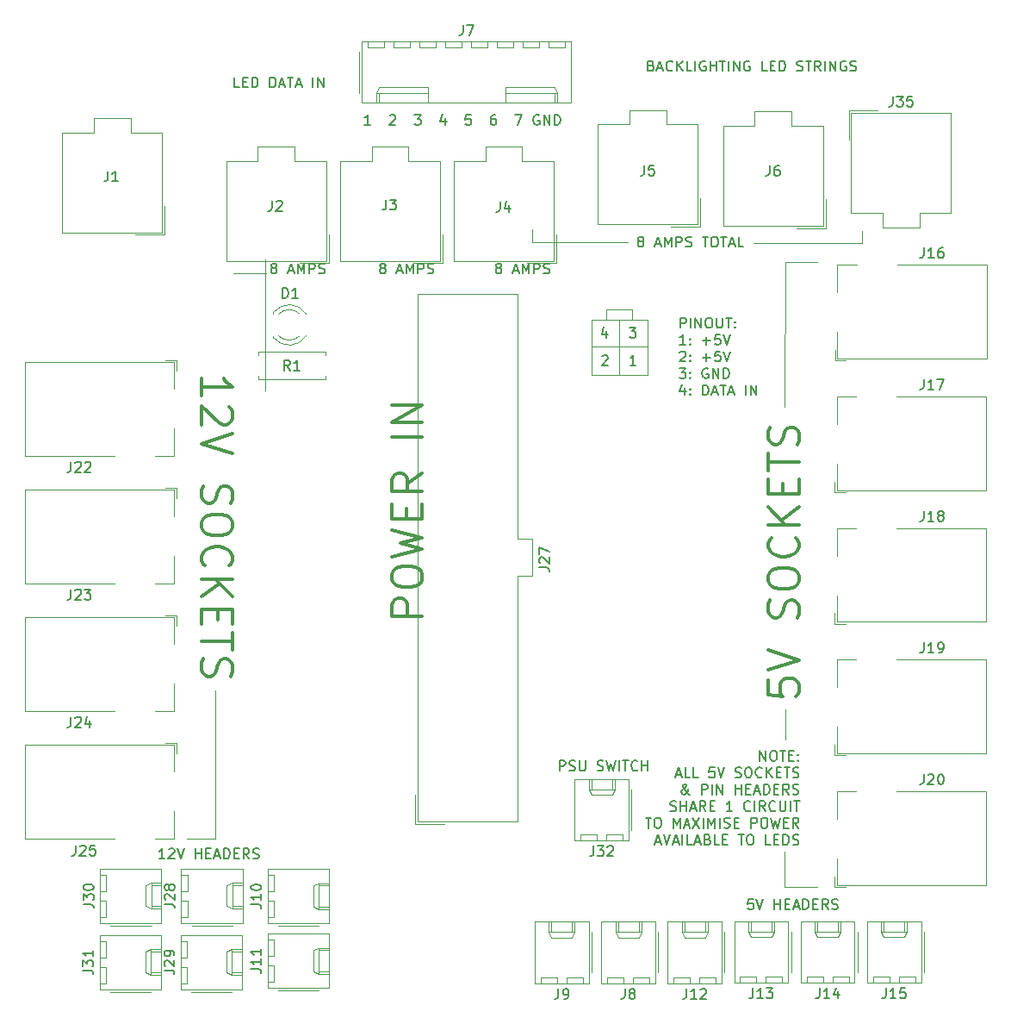
<source format=gbr>
%TF.GenerationSoftware,KiCad,Pcbnew,(5.1.9-0-10_14)*%
%TF.CreationDate,2022-06-30T07:21:25+10:00*%
%TF.ProjectId,Power Distro PCB V2,506f7765-7220-4446-9973-74726f205043,rev?*%
%TF.SameCoordinates,Original*%
%TF.FileFunction,Legend,Top*%
%TF.FilePolarity,Positive*%
%FSLAX46Y46*%
G04 Gerber Fmt 4.6, Leading zero omitted, Abs format (unit mm)*
G04 Created by KiCad (PCBNEW (5.1.9-0-10_14)) date 2022-06-30 07:21:25*
%MOMM*%
%LPD*%
G01*
G04 APERTURE LIST*
%ADD10C,0.120000*%
%ADD11C,0.150000*%
%ADD12C,0.300000*%
G04 APERTURE END LIST*
D10*
X59982000Y-26908000D02*
X59982000Y-27808000D01*
X57382000Y-26908000D02*
X59982000Y-26908000D01*
X57382000Y-27808000D02*
X57382000Y-26908000D01*
D11*
X52816666Y-72181980D02*
X52816666Y-71181980D01*
X53197619Y-71181980D01*
X53292857Y-71229600D01*
X53340476Y-71277219D01*
X53388095Y-71372457D01*
X53388095Y-71515314D01*
X53340476Y-71610552D01*
X53292857Y-71658171D01*
X53197619Y-71705790D01*
X52816666Y-71705790D01*
X53769047Y-72134361D02*
X53911904Y-72181980D01*
X54150000Y-72181980D01*
X54245238Y-72134361D01*
X54292857Y-72086742D01*
X54340476Y-71991504D01*
X54340476Y-71896266D01*
X54292857Y-71801028D01*
X54245238Y-71753409D01*
X54150000Y-71705790D01*
X53959523Y-71658171D01*
X53864285Y-71610552D01*
X53816666Y-71562933D01*
X53769047Y-71467695D01*
X53769047Y-71372457D01*
X53816666Y-71277219D01*
X53864285Y-71229600D01*
X53959523Y-71181980D01*
X54197619Y-71181980D01*
X54340476Y-71229600D01*
X54769047Y-71181980D02*
X54769047Y-71991504D01*
X54816666Y-72086742D01*
X54864285Y-72134361D01*
X54959523Y-72181980D01*
X55150000Y-72181980D01*
X55245238Y-72134361D01*
X55292857Y-72086742D01*
X55340476Y-71991504D01*
X55340476Y-71181980D01*
X56530952Y-72134361D02*
X56673809Y-72181980D01*
X56911904Y-72181980D01*
X57007142Y-72134361D01*
X57054761Y-72086742D01*
X57102380Y-71991504D01*
X57102380Y-71896266D01*
X57054761Y-71801028D01*
X57007142Y-71753409D01*
X56911904Y-71705790D01*
X56721428Y-71658171D01*
X56626190Y-71610552D01*
X56578571Y-71562933D01*
X56530952Y-71467695D01*
X56530952Y-71372457D01*
X56578571Y-71277219D01*
X56626190Y-71229600D01*
X56721428Y-71181980D01*
X56959523Y-71181980D01*
X57102380Y-71229600D01*
X57435714Y-71181980D02*
X57673809Y-72181980D01*
X57864285Y-71467695D01*
X58054761Y-72181980D01*
X58292857Y-71181980D01*
X58673809Y-72181980D02*
X58673809Y-71181980D01*
X59007142Y-71181980D02*
X59578571Y-71181980D01*
X59292857Y-72181980D02*
X59292857Y-71181980D01*
X60483333Y-72086742D02*
X60435714Y-72134361D01*
X60292857Y-72181980D01*
X60197619Y-72181980D01*
X60054761Y-72134361D01*
X59959523Y-72039123D01*
X59911904Y-71943885D01*
X59864285Y-71753409D01*
X59864285Y-71610552D01*
X59911904Y-71420076D01*
X59959523Y-71324838D01*
X60054761Y-71229600D01*
X60197619Y-71181980D01*
X60292857Y-71181980D01*
X60435714Y-71229600D01*
X60483333Y-71277219D01*
X60911904Y-72181980D02*
X60911904Y-71181980D01*
X60911904Y-71658171D02*
X61483333Y-71658171D01*
X61483333Y-72181980D02*
X61483333Y-71181980D01*
X14005466Y-80817980D02*
X13434038Y-80817980D01*
X13719752Y-80817980D02*
X13719752Y-79817980D01*
X13624514Y-79960838D01*
X13529276Y-80056076D01*
X13434038Y-80103695D01*
X14386419Y-79913219D02*
X14434038Y-79865600D01*
X14529276Y-79817980D01*
X14767371Y-79817980D01*
X14862609Y-79865600D01*
X14910228Y-79913219D01*
X14957847Y-80008457D01*
X14957847Y-80103695D01*
X14910228Y-80246552D01*
X14338800Y-80817980D01*
X14957847Y-80817980D01*
X15243561Y-79817980D02*
X15576895Y-80817980D01*
X15910228Y-79817980D01*
X17005466Y-80817980D02*
X17005466Y-79817980D01*
X17005466Y-80294171D02*
X17576895Y-80294171D01*
X17576895Y-80817980D02*
X17576895Y-79817980D01*
X18053085Y-80294171D02*
X18386419Y-80294171D01*
X18529276Y-80817980D02*
X18053085Y-80817980D01*
X18053085Y-79817980D01*
X18529276Y-79817980D01*
X18910228Y-80532266D02*
X19386419Y-80532266D01*
X18814990Y-80817980D02*
X19148323Y-79817980D01*
X19481657Y-80817980D01*
X19814990Y-80817980D02*
X19814990Y-79817980D01*
X20053085Y-79817980D01*
X20195942Y-79865600D01*
X20291180Y-79960838D01*
X20338800Y-80056076D01*
X20386419Y-80246552D01*
X20386419Y-80389409D01*
X20338800Y-80579885D01*
X20291180Y-80675123D01*
X20195942Y-80770361D01*
X20053085Y-80817980D01*
X19814990Y-80817980D01*
X20814990Y-80294171D02*
X21148323Y-80294171D01*
X21291180Y-80817980D02*
X20814990Y-80817980D01*
X20814990Y-79817980D01*
X21291180Y-79817980D01*
X22291180Y-80817980D02*
X21957847Y-80341790D01*
X21719752Y-80817980D02*
X21719752Y-79817980D01*
X22100704Y-79817980D01*
X22195942Y-79865600D01*
X22243561Y-79913219D01*
X22291180Y-80008457D01*
X22291180Y-80151314D01*
X22243561Y-80246552D01*
X22195942Y-80294171D01*
X22100704Y-80341790D01*
X21719752Y-80341790D01*
X22672133Y-80770361D02*
X22814990Y-80817980D01*
X23053085Y-80817980D01*
X23148323Y-80770361D01*
X23195942Y-80722742D01*
X23243561Y-80627504D01*
X23243561Y-80532266D01*
X23195942Y-80437028D01*
X23148323Y-80389409D01*
X23053085Y-80341790D01*
X22862609Y-80294171D01*
X22767371Y-80246552D01*
X22719752Y-80198933D01*
X22672133Y-80103695D01*
X22672133Y-80008457D01*
X22719752Y-79913219D01*
X22767371Y-79865600D01*
X22862609Y-79817980D01*
X23100704Y-79817980D01*
X23243561Y-79865600D01*
D10*
X50127000Y-20297000D02*
X50127000Y-19028600D01*
X59507000Y-20272200D02*
X50127000Y-20297000D01*
X82527000Y-20323000D02*
X82527000Y-19154600D01*
X71851400Y-20323000D02*
X82527000Y-20323000D01*
D11*
X60701419Y-20153152D02*
X60606180Y-20105533D01*
X60558561Y-20057914D01*
X60510942Y-19962676D01*
X60510942Y-19915057D01*
X60558561Y-19819819D01*
X60606180Y-19772200D01*
X60701419Y-19724580D01*
X60891895Y-19724580D01*
X60987133Y-19772200D01*
X61034752Y-19819819D01*
X61082371Y-19915057D01*
X61082371Y-19962676D01*
X61034752Y-20057914D01*
X60987133Y-20105533D01*
X60891895Y-20153152D01*
X60701419Y-20153152D01*
X60606180Y-20200771D01*
X60558561Y-20248390D01*
X60510942Y-20343628D01*
X60510942Y-20534104D01*
X60558561Y-20629342D01*
X60606180Y-20676961D01*
X60701419Y-20724580D01*
X60891895Y-20724580D01*
X60987133Y-20676961D01*
X61034752Y-20629342D01*
X61082371Y-20534104D01*
X61082371Y-20343628D01*
X61034752Y-20248390D01*
X60987133Y-20200771D01*
X60891895Y-20153152D01*
X62225228Y-20438866D02*
X62701419Y-20438866D01*
X62129990Y-20724580D02*
X62463323Y-19724580D01*
X62796657Y-20724580D01*
X63129990Y-20724580D02*
X63129990Y-19724580D01*
X63463323Y-20438866D01*
X63796657Y-19724580D01*
X63796657Y-20724580D01*
X64272847Y-20724580D02*
X64272847Y-19724580D01*
X64653800Y-19724580D01*
X64749038Y-19772200D01*
X64796657Y-19819819D01*
X64844276Y-19915057D01*
X64844276Y-20057914D01*
X64796657Y-20153152D01*
X64749038Y-20200771D01*
X64653800Y-20248390D01*
X64272847Y-20248390D01*
X65225228Y-20676961D02*
X65368085Y-20724580D01*
X65606180Y-20724580D01*
X65701419Y-20676961D01*
X65749038Y-20629342D01*
X65796657Y-20534104D01*
X65796657Y-20438866D01*
X65749038Y-20343628D01*
X65701419Y-20296009D01*
X65606180Y-20248390D01*
X65415704Y-20200771D01*
X65320466Y-20153152D01*
X65272847Y-20105533D01*
X65225228Y-20010295D01*
X65225228Y-19915057D01*
X65272847Y-19819819D01*
X65320466Y-19772200D01*
X65415704Y-19724580D01*
X65653800Y-19724580D01*
X65796657Y-19772200D01*
X66844276Y-19724580D02*
X67415704Y-19724580D01*
X67129990Y-20724580D02*
X67129990Y-19724580D01*
X67939514Y-19724580D02*
X68129990Y-19724580D01*
X68225228Y-19772200D01*
X68320466Y-19867438D01*
X68368085Y-20057914D01*
X68368085Y-20391247D01*
X68320466Y-20581723D01*
X68225228Y-20676961D01*
X68129990Y-20724580D01*
X67939514Y-20724580D01*
X67844276Y-20676961D01*
X67749038Y-20581723D01*
X67701419Y-20391247D01*
X67701419Y-20057914D01*
X67749038Y-19867438D01*
X67844276Y-19772200D01*
X67939514Y-19724580D01*
X68653800Y-19724580D02*
X69225228Y-19724580D01*
X68939514Y-20724580D02*
X68939514Y-19724580D01*
X69510942Y-20438866D02*
X69987133Y-20438866D01*
X69415704Y-20724580D02*
X69749038Y-19724580D01*
X70082371Y-20724580D01*
X70891895Y-20724580D02*
X70415704Y-20724580D01*
X70415704Y-19724580D01*
X46727619Y-22771952D02*
X46632380Y-22724333D01*
X46584761Y-22676714D01*
X46537142Y-22581476D01*
X46537142Y-22533857D01*
X46584761Y-22438619D01*
X46632380Y-22391000D01*
X46727619Y-22343380D01*
X46918095Y-22343380D01*
X47013333Y-22391000D01*
X47060952Y-22438619D01*
X47108571Y-22533857D01*
X47108571Y-22581476D01*
X47060952Y-22676714D01*
X47013333Y-22724333D01*
X46918095Y-22771952D01*
X46727619Y-22771952D01*
X46632380Y-22819571D01*
X46584761Y-22867190D01*
X46537142Y-22962428D01*
X46537142Y-23152904D01*
X46584761Y-23248142D01*
X46632380Y-23295761D01*
X46727619Y-23343380D01*
X46918095Y-23343380D01*
X47013333Y-23295761D01*
X47060952Y-23248142D01*
X47108571Y-23152904D01*
X47108571Y-22962428D01*
X47060952Y-22867190D01*
X47013333Y-22819571D01*
X46918095Y-22771952D01*
X48251428Y-23057666D02*
X48727619Y-23057666D01*
X48156190Y-23343380D02*
X48489523Y-22343380D01*
X48822857Y-23343380D01*
X49156190Y-23343380D02*
X49156190Y-22343380D01*
X49489523Y-23057666D01*
X49822857Y-22343380D01*
X49822857Y-23343380D01*
X50299047Y-23343380D02*
X50299047Y-22343380D01*
X50680000Y-22343380D01*
X50775238Y-22391000D01*
X50822857Y-22438619D01*
X50870476Y-22533857D01*
X50870476Y-22676714D01*
X50822857Y-22771952D01*
X50775238Y-22819571D01*
X50680000Y-22867190D01*
X50299047Y-22867190D01*
X51251428Y-23295761D02*
X51394285Y-23343380D01*
X51632380Y-23343380D01*
X51727619Y-23295761D01*
X51775238Y-23248142D01*
X51822857Y-23152904D01*
X51822857Y-23057666D01*
X51775238Y-22962428D01*
X51727619Y-22914809D01*
X51632380Y-22867190D01*
X51441904Y-22819571D01*
X51346666Y-22771952D01*
X51299047Y-22724333D01*
X51251428Y-22629095D01*
X51251428Y-22533857D01*
X51299047Y-22438619D01*
X51346666Y-22391000D01*
X51441904Y-22343380D01*
X51680000Y-22343380D01*
X51822857Y-22391000D01*
X35327619Y-22771952D02*
X35232380Y-22724333D01*
X35184761Y-22676714D01*
X35137142Y-22581476D01*
X35137142Y-22533857D01*
X35184761Y-22438619D01*
X35232380Y-22391000D01*
X35327619Y-22343380D01*
X35518095Y-22343380D01*
X35613333Y-22391000D01*
X35660952Y-22438619D01*
X35708571Y-22533857D01*
X35708571Y-22581476D01*
X35660952Y-22676714D01*
X35613333Y-22724333D01*
X35518095Y-22771952D01*
X35327619Y-22771952D01*
X35232380Y-22819571D01*
X35184761Y-22867190D01*
X35137142Y-22962428D01*
X35137142Y-23152904D01*
X35184761Y-23248142D01*
X35232380Y-23295761D01*
X35327619Y-23343380D01*
X35518095Y-23343380D01*
X35613333Y-23295761D01*
X35660952Y-23248142D01*
X35708571Y-23152904D01*
X35708571Y-22962428D01*
X35660952Y-22867190D01*
X35613333Y-22819571D01*
X35518095Y-22771952D01*
X36851428Y-23057666D02*
X37327619Y-23057666D01*
X36756190Y-23343380D02*
X37089523Y-22343380D01*
X37422857Y-23343380D01*
X37756190Y-23343380D02*
X37756190Y-22343380D01*
X38089523Y-23057666D01*
X38422857Y-22343380D01*
X38422857Y-23343380D01*
X38899047Y-23343380D02*
X38899047Y-22343380D01*
X39280000Y-22343380D01*
X39375238Y-22391000D01*
X39422857Y-22438619D01*
X39470476Y-22533857D01*
X39470476Y-22676714D01*
X39422857Y-22771952D01*
X39375238Y-22819571D01*
X39280000Y-22867190D01*
X38899047Y-22867190D01*
X39851428Y-23295761D02*
X39994285Y-23343380D01*
X40232380Y-23343380D01*
X40327619Y-23295761D01*
X40375238Y-23248142D01*
X40422857Y-23152904D01*
X40422857Y-23057666D01*
X40375238Y-22962428D01*
X40327619Y-22914809D01*
X40232380Y-22867190D01*
X40041904Y-22819571D01*
X39946666Y-22771952D01*
X39899047Y-22724333D01*
X39851428Y-22629095D01*
X39851428Y-22533857D01*
X39899047Y-22438619D01*
X39946666Y-22391000D01*
X40041904Y-22343380D01*
X40280000Y-22343380D01*
X40422857Y-22391000D01*
X24627619Y-22771952D02*
X24532380Y-22724333D01*
X24484761Y-22676714D01*
X24437142Y-22581476D01*
X24437142Y-22533857D01*
X24484761Y-22438619D01*
X24532380Y-22391000D01*
X24627619Y-22343380D01*
X24818095Y-22343380D01*
X24913333Y-22391000D01*
X24960952Y-22438619D01*
X25008571Y-22533857D01*
X25008571Y-22581476D01*
X24960952Y-22676714D01*
X24913333Y-22724333D01*
X24818095Y-22771952D01*
X24627619Y-22771952D01*
X24532380Y-22819571D01*
X24484761Y-22867190D01*
X24437142Y-22962428D01*
X24437142Y-23152904D01*
X24484761Y-23248142D01*
X24532380Y-23295761D01*
X24627619Y-23343380D01*
X24818095Y-23343380D01*
X24913333Y-23295761D01*
X24960952Y-23248142D01*
X25008571Y-23152904D01*
X25008571Y-22962428D01*
X24960952Y-22867190D01*
X24913333Y-22819571D01*
X24818095Y-22771952D01*
X26151428Y-23057666D02*
X26627619Y-23057666D01*
X26056190Y-23343380D02*
X26389523Y-22343380D01*
X26722857Y-23343380D01*
X27056190Y-23343380D02*
X27056190Y-22343380D01*
X27389523Y-23057666D01*
X27722857Y-22343380D01*
X27722857Y-23343380D01*
X28199047Y-23343380D02*
X28199047Y-22343380D01*
X28580000Y-22343380D01*
X28675238Y-22391000D01*
X28722857Y-22438619D01*
X28770476Y-22533857D01*
X28770476Y-22676714D01*
X28722857Y-22771952D01*
X28675238Y-22819571D01*
X28580000Y-22867190D01*
X28199047Y-22867190D01*
X29151428Y-23295761D02*
X29294285Y-23343380D01*
X29532380Y-23343380D01*
X29627619Y-23295761D01*
X29675238Y-23248142D01*
X29722857Y-23152904D01*
X29722857Y-23057666D01*
X29675238Y-22962428D01*
X29627619Y-22914809D01*
X29532380Y-22867190D01*
X29341904Y-22819571D01*
X29246666Y-22771952D01*
X29199047Y-22724333D01*
X29151428Y-22629095D01*
X29151428Y-22533857D01*
X29199047Y-22438619D01*
X29246666Y-22391000D01*
X29341904Y-22343380D01*
X29580000Y-22343380D01*
X29722857Y-22391000D01*
X64686595Y-28683380D02*
X64686595Y-27683380D01*
X65067547Y-27683380D01*
X65162785Y-27731000D01*
X65210404Y-27778619D01*
X65258023Y-27873857D01*
X65258023Y-28016714D01*
X65210404Y-28111952D01*
X65162785Y-28159571D01*
X65067547Y-28207190D01*
X64686595Y-28207190D01*
X65686595Y-28683380D02*
X65686595Y-27683380D01*
X66162785Y-28683380D02*
X66162785Y-27683380D01*
X66734214Y-28683380D01*
X66734214Y-27683380D01*
X67400880Y-27683380D02*
X67591357Y-27683380D01*
X67686595Y-27731000D01*
X67781833Y-27826238D01*
X67829452Y-28016714D01*
X67829452Y-28350047D01*
X67781833Y-28540523D01*
X67686595Y-28635761D01*
X67591357Y-28683380D01*
X67400880Y-28683380D01*
X67305642Y-28635761D01*
X67210404Y-28540523D01*
X67162785Y-28350047D01*
X67162785Y-28016714D01*
X67210404Y-27826238D01*
X67305642Y-27731000D01*
X67400880Y-27683380D01*
X68258023Y-27683380D02*
X68258023Y-28492904D01*
X68305642Y-28588142D01*
X68353261Y-28635761D01*
X68448500Y-28683380D01*
X68638976Y-28683380D01*
X68734214Y-28635761D01*
X68781833Y-28588142D01*
X68829452Y-28492904D01*
X68829452Y-27683380D01*
X69162785Y-27683380D02*
X69734214Y-27683380D01*
X69448500Y-28683380D02*
X69448500Y-27683380D01*
X70067547Y-28588142D02*
X70115166Y-28635761D01*
X70067547Y-28683380D01*
X70019928Y-28635761D01*
X70067547Y-28588142D01*
X70067547Y-28683380D01*
X70067547Y-28064333D02*
X70115166Y-28111952D01*
X70067547Y-28159571D01*
X70019928Y-28111952D01*
X70067547Y-28064333D01*
X70067547Y-28159571D01*
X65210404Y-30333380D02*
X64638976Y-30333380D01*
X64924690Y-30333380D02*
X64924690Y-29333380D01*
X64829452Y-29476238D01*
X64734214Y-29571476D01*
X64638976Y-29619095D01*
X65638976Y-30238142D02*
X65686595Y-30285761D01*
X65638976Y-30333380D01*
X65591357Y-30285761D01*
X65638976Y-30238142D01*
X65638976Y-30333380D01*
X65638976Y-29714333D02*
X65686595Y-29761952D01*
X65638976Y-29809571D01*
X65591357Y-29761952D01*
X65638976Y-29714333D01*
X65638976Y-29809571D01*
X66877071Y-29952428D02*
X67638976Y-29952428D01*
X67258023Y-30333380D02*
X67258023Y-29571476D01*
X68591357Y-29333380D02*
X68115166Y-29333380D01*
X68067547Y-29809571D01*
X68115166Y-29761952D01*
X68210404Y-29714333D01*
X68448500Y-29714333D01*
X68543738Y-29761952D01*
X68591357Y-29809571D01*
X68638976Y-29904809D01*
X68638976Y-30142904D01*
X68591357Y-30238142D01*
X68543738Y-30285761D01*
X68448500Y-30333380D01*
X68210404Y-30333380D01*
X68115166Y-30285761D01*
X68067547Y-30238142D01*
X68924690Y-29333380D02*
X69258023Y-30333380D01*
X69591357Y-29333380D01*
X64638976Y-31078619D02*
X64686595Y-31031000D01*
X64781833Y-30983380D01*
X65019928Y-30983380D01*
X65115166Y-31031000D01*
X65162785Y-31078619D01*
X65210404Y-31173857D01*
X65210404Y-31269095D01*
X65162785Y-31411952D01*
X64591357Y-31983380D01*
X65210404Y-31983380D01*
X65638976Y-31888142D02*
X65686595Y-31935761D01*
X65638976Y-31983380D01*
X65591357Y-31935761D01*
X65638976Y-31888142D01*
X65638976Y-31983380D01*
X65638976Y-31364333D02*
X65686595Y-31411952D01*
X65638976Y-31459571D01*
X65591357Y-31411952D01*
X65638976Y-31364333D01*
X65638976Y-31459571D01*
X66877071Y-31602428D02*
X67638976Y-31602428D01*
X67258023Y-31983380D02*
X67258023Y-31221476D01*
X68591357Y-30983380D02*
X68115166Y-30983380D01*
X68067547Y-31459571D01*
X68115166Y-31411952D01*
X68210404Y-31364333D01*
X68448500Y-31364333D01*
X68543738Y-31411952D01*
X68591357Y-31459571D01*
X68638976Y-31554809D01*
X68638976Y-31792904D01*
X68591357Y-31888142D01*
X68543738Y-31935761D01*
X68448500Y-31983380D01*
X68210404Y-31983380D01*
X68115166Y-31935761D01*
X68067547Y-31888142D01*
X68924690Y-30983380D02*
X69258023Y-31983380D01*
X69591357Y-30983380D01*
X64591357Y-32633380D02*
X65210404Y-32633380D01*
X64877071Y-33014333D01*
X65019928Y-33014333D01*
X65115166Y-33061952D01*
X65162785Y-33109571D01*
X65210404Y-33204809D01*
X65210404Y-33442904D01*
X65162785Y-33538142D01*
X65115166Y-33585761D01*
X65019928Y-33633380D01*
X64734214Y-33633380D01*
X64638976Y-33585761D01*
X64591357Y-33538142D01*
X65638976Y-33538142D02*
X65686595Y-33585761D01*
X65638976Y-33633380D01*
X65591357Y-33585761D01*
X65638976Y-33538142D01*
X65638976Y-33633380D01*
X65638976Y-33014333D02*
X65686595Y-33061952D01*
X65638976Y-33109571D01*
X65591357Y-33061952D01*
X65638976Y-33014333D01*
X65638976Y-33109571D01*
X67400880Y-32681000D02*
X67305642Y-32633380D01*
X67162785Y-32633380D01*
X67019928Y-32681000D01*
X66924690Y-32776238D01*
X66877071Y-32871476D01*
X66829452Y-33061952D01*
X66829452Y-33204809D01*
X66877071Y-33395285D01*
X66924690Y-33490523D01*
X67019928Y-33585761D01*
X67162785Y-33633380D01*
X67258023Y-33633380D01*
X67400880Y-33585761D01*
X67448500Y-33538142D01*
X67448500Y-33204809D01*
X67258023Y-33204809D01*
X67877071Y-33633380D02*
X67877071Y-32633380D01*
X68448500Y-33633380D01*
X68448500Y-32633380D01*
X68924690Y-33633380D02*
X68924690Y-32633380D01*
X69162785Y-32633380D01*
X69305642Y-32681000D01*
X69400880Y-32776238D01*
X69448500Y-32871476D01*
X69496119Y-33061952D01*
X69496119Y-33204809D01*
X69448500Y-33395285D01*
X69400880Y-33490523D01*
X69305642Y-33585761D01*
X69162785Y-33633380D01*
X68924690Y-33633380D01*
X65115166Y-34616714D02*
X65115166Y-35283380D01*
X64877071Y-34235761D02*
X64638976Y-34950047D01*
X65258023Y-34950047D01*
X65638976Y-35188142D02*
X65686595Y-35235761D01*
X65638976Y-35283380D01*
X65591357Y-35235761D01*
X65638976Y-35188142D01*
X65638976Y-35283380D01*
X65638976Y-34664333D02*
X65686595Y-34711952D01*
X65638976Y-34759571D01*
X65591357Y-34711952D01*
X65638976Y-34664333D01*
X65638976Y-34759571D01*
X66877071Y-35283380D02*
X66877071Y-34283380D01*
X67115166Y-34283380D01*
X67258023Y-34331000D01*
X67353261Y-34426238D01*
X67400880Y-34521476D01*
X67448500Y-34711952D01*
X67448500Y-34854809D01*
X67400880Y-35045285D01*
X67353261Y-35140523D01*
X67258023Y-35235761D01*
X67115166Y-35283380D01*
X66877071Y-35283380D01*
X67829452Y-34997666D02*
X68305642Y-34997666D01*
X67734214Y-35283380D02*
X68067547Y-34283380D01*
X68400880Y-35283380D01*
X68591357Y-34283380D02*
X69162785Y-34283380D01*
X68877071Y-35283380D02*
X68877071Y-34283380D01*
X69448500Y-34997666D02*
X69924690Y-34997666D01*
X69353261Y-35283380D02*
X69686595Y-34283380D01*
X70019928Y-35283380D01*
X71115166Y-35283380D02*
X71115166Y-34283380D01*
X71591357Y-35283380D02*
X71591357Y-34283380D01*
X72162785Y-35283380D01*
X72162785Y-34283380D01*
X57420076Y-28981314D02*
X57420076Y-29647980D01*
X57181980Y-28600361D02*
X56943885Y-29314647D01*
X57562933Y-29314647D01*
X59690266Y-28647980D02*
X60309314Y-28647980D01*
X59975980Y-29028933D01*
X60118838Y-29028933D01*
X60214076Y-29076552D01*
X60261695Y-29124171D01*
X60309314Y-29219409D01*
X60309314Y-29457504D01*
X60261695Y-29552742D01*
X60214076Y-29600361D01*
X60118838Y-29647980D01*
X59833123Y-29647980D01*
X59737885Y-29600361D01*
X59690266Y-29552742D01*
X56994685Y-31486419D02*
X57042304Y-31438800D01*
X57137542Y-31391180D01*
X57375638Y-31391180D01*
X57470876Y-31438800D01*
X57518495Y-31486419D01*
X57566114Y-31581657D01*
X57566114Y-31676895D01*
X57518495Y-31819752D01*
X56947066Y-32391180D01*
X57566114Y-32391180D01*
X60309314Y-32340380D02*
X59737885Y-32340380D01*
X60023600Y-32340380D02*
X60023600Y-31340380D01*
X59928361Y-31483238D01*
X59833123Y-31578476D01*
X59737885Y-31626095D01*
D10*
X61446000Y-30516400D02*
X55959600Y-30516400D01*
X58652000Y-27874800D02*
X58652000Y-33259600D01*
X61446000Y-27874800D02*
X55959600Y-27874800D01*
X61446000Y-33310400D02*
X61446000Y-27874800D01*
X55959600Y-33310400D02*
X61446000Y-33310400D01*
X55959600Y-27874800D02*
X55959600Y-33310400D01*
X74930000Y-83616800D02*
X78181200Y-83616800D01*
X74930000Y-80111600D02*
X74930000Y-83616800D01*
X75000000Y-66200000D02*
X74980800Y-69138800D01*
X74980800Y-22237200D02*
X78130400Y-22237200D01*
X74930000Y-36410400D02*
X74980800Y-22237200D01*
X18999200Y-78892400D02*
X16154400Y-78892400D01*
X18999200Y-64262000D02*
X18999200Y-78892400D01*
X23977600Y-23345400D02*
X20777200Y-23345400D01*
X23853000Y-34794000D02*
X23850600Y-21948400D01*
D12*
X39304742Y-56991542D02*
X36304742Y-56991542D01*
X36304742Y-55848685D01*
X36447600Y-55562971D01*
X36590457Y-55420114D01*
X36876171Y-55277257D01*
X37304742Y-55277257D01*
X37590457Y-55420114D01*
X37733314Y-55562971D01*
X37876171Y-55848685D01*
X37876171Y-56991542D01*
X36304742Y-53420114D02*
X36304742Y-52848685D01*
X36447600Y-52562971D01*
X36733314Y-52277257D01*
X37304742Y-52134400D01*
X38304742Y-52134400D01*
X38876171Y-52277257D01*
X39161885Y-52562971D01*
X39304742Y-52848685D01*
X39304742Y-53420114D01*
X39161885Y-53705828D01*
X38876171Y-53991542D01*
X38304742Y-54134400D01*
X37304742Y-54134400D01*
X36733314Y-53991542D01*
X36447600Y-53705828D01*
X36304742Y-53420114D01*
X36304742Y-51134400D02*
X39304742Y-50420114D01*
X37161885Y-49848685D01*
X39304742Y-49277257D01*
X36304742Y-48562971D01*
X37733314Y-47420114D02*
X37733314Y-46420114D01*
X39304742Y-45991542D02*
X39304742Y-47420114D01*
X36304742Y-47420114D01*
X36304742Y-45991542D01*
X39304742Y-42991542D02*
X37876171Y-43991542D01*
X39304742Y-44705828D02*
X36304742Y-44705828D01*
X36304742Y-43562971D01*
X36447600Y-43277257D01*
X36590457Y-43134400D01*
X36876171Y-42991542D01*
X37304742Y-42991542D01*
X37590457Y-43134400D01*
X37733314Y-43277257D01*
X37876171Y-43562971D01*
X37876171Y-44705828D01*
X39304742Y-39420114D02*
X36304742Y-39420114D01*
X39304742Y-37991542D02*
X36304742Y-37991542D01*
X39304742Y-36277257D01*
X36304742Y-36277257D01*
D11*
X72508900Y-71206580D02*
X72508900Y-70206580D01*
X73080328Y-71206580D01*
X73080328Y-70206580D01*
X73746995Y-70206580D02*
X73937471Y-70206580D01*
X74032709Y-70254200D01*
X74127947Y-70349438D01*
X74175566Y-70539914D01*
X74175566Y-70873247D01*
X74127947Y-71063723D01*
X74032709Y-71158961D01*
X73937471Y-71206580D01*
X73746995Y-71206580D01*
X73651757Y-71158961D01*
X73556519Y-71063723D01*
X73508900Y-70873247D01*
X73508900Y-70539914D01*
X73556519Y-70349438D01*
X73651757Y-70254200D01*
X73746995Y-70206580D01*
X74461280Y-70206580D02*
X75032709Y-70206580D01*
X74746995Y-71206580D02*
X74746995Y-70206580D01*
X75366042Y-70682771D02*
X75699376Y-70682771D01*
X75842233Y-71206580D02*
X75366042Y-71206580D01*
X75366042Y-70206580D01*
X75842233Y-70206580D01*
X76270804Y-71111342D02*
X76318423Y-71158961D01*
X76270804Y-71206580D01*
X76223185Y-71158961D01*
X76270804Y-71111342D01*
X76270804Y-71206580D01*
X76270804Y-70587533D02*
X76318423Y-70635152D01*
X76270804Y-70682771D01*
X76223185Y-70635152D01*
X76270804Y-70587533D01*
X76270804Y-70682771D01*
X64270804Y-72570866D02*
X64746995Y-72570866D01*
X64175566Y-72856580D02*
X64508899Y-71856580D01*
X64842233Y-72856580D01*
X65651757Y-72856580D02*
X65175566Y-72856580D01*
X65175566Y-71856580D01*
X66461280Y-72856580D02*
X65985090Y-72856580D01*
X65985090Y-71856580D01*
X68032709Y-71856580D02*
X67556519Y-71856580D01*
X67508900Y-72332771D01*
X67556519Y-72285152D01*
X67651757Y-72237533D01*
X67889852Y-72237533D01*
X67985090Y-72285152D01*
X68032709Y-72332771D01*
X68080328Y-72428009D01*
X68080328Y-72666104D01*
X68032709Y-72761342D01*
X67985090Y-72808961D01*
X67889852Y-72856580D01*
X67651757Y-72856580D01*
X67556519Y-72808961D01*
X67508900Y-72761342D01*
X68366042Y-71856580D02*
X68699376Y-72856580D01*
X69032709Y-71856580D01*
X70080328Y-72808961D02*
X70223185Y-72856580D01*
X70461280Y-72856580D01*
X70556519Y-72808961D01*
X70604138Y-72761342D01*
X70651757Y-72666104D01*
X70651757Y-72570866D01*
X70604138Y-72475628D01*
X70556519Y-72428009D01*
X70461280Y-72380390D01*
X70270804Y-72332771D01*
X70175566Y-72285152D01*
X70127947Y-72237533D01*
X70080328Y-72142295D01*
X70080328Y-72047057D01*
X70127947Y-71951819D01*
X70175566Y-71904200D01*
X70270804Y-71856580D01*
X70508900Y-71856580D01*
X70651757Y-71904200D01*
X71270804Y-71856580D02*
X71461280Y-71856580D01*
X71556519Y-71904200D01*
X71651757Y-71999438D01*
X71699376Y-72189914D01*
X71699376Y-72523247D01*
X71651757Y-72713723D01*
X71556519Y-72808961D01*
X71461280Y-72856580D01*
X71270804Y-72856580D01*
X71175566Y-72808961D01*
X71080328Y-72713723D01*
X71032709Y-72523247D01*
X71032709Y-72189914D01*
X71080328Y-71999438D01*
X71175566Y-71904200D01*
X71270804Y-71856580D01*
X72699376Y-72761342D02*
X72651757Y-72808961D01*
X72508900Y-72856580D01*
X72413661Y-72856580D01*
X72270804Y-72808961D01*
X72175566Y-72713723D01*
X72127947Y-72618485D01*
X72080328Y-72428009D01*
X72080328Y-72285152D01*
X72127947Y-72094676D01*
X72175566Y-71999438D01*
X72270804Y-71904200D01*
X72413661Y-71856580D01*
X72508900Y-71856580D01*
X72651757Y-71904200D01*
X72699376Y-71951819D01*
X73127947Y-72856580D02*
X73127947Y-71856580D01*
X73699376Y-72856580D02*
X73270804Y-72285152D01*
X73699376Y-71856580D02*
X73127947Y-72428009D01*
X74127947Y-72332771D02*
X74461280Y-72332771D01*
X74604138Y-72856580D02*
X74127947Y-72856580D01*
X74127947Y-71856580D01*
X74604138Y-71856580D01*
X74889852Y-71856580D02*
X75461280Y-71856580D01*
X75175566Y-72856580D02*
X75175566Y-71856580D01*
X75746995Y-72808961D02*
X75889852Y-72856580D01*
X76127947Y-72856580D01*
X76223185Y-72808961D01*
X76270804Y-72761342D01*
X76318423Y-72666104D01*
X76318423Y-72570866D01*
X76270804Y-72475628D01*
X76223185Y-72428009D01*
X76127947Y-72380390D01*
X75937471Y-72332771D01*
X75842233Y-72285152D01*
X75794614Y-72237533D01*
X75746995Y-72142295D01*
X75746995Y-72047057D01*
X75794614Y-71951819D01*
X75842233Y-71904200D01*
X75937471Y-71856580D01*
X76175566Y-71856580D01*
X76318423Y-71904200D01*
X65604138Y-74506580D02*
X65556519Y-74506580D01*
X65461280Y-74458961D01*
X65318423Y-74316104D01*
X65080328Y-74030390D01*
X64985090Y-73887533D01*
X64937471Y-73744676D01*
X64937471Y-73649438D01*
X64985090Y-73554200D01*
X65080328Y-73506580D01*
X65127947Y-73506580D01*
X65223185Y-73554200D01*
X65270804Y-73649438D01*
X65270804Y-73697057D01*
X65223185Y-73792295D01*
X65175566Y-73839914D01*
X64889852Y-74030390D01*
X64842233Y-74078009D01*
X64794614Y-74173247D01*
X64794614Y-74316104D01*
X64842233Y-74411342D01*
X64889852Y-74458961D01*
X64985090Y-74506580D01*
X65127947Y-74506580D01*
X65223185Y-74458961D01*
X65270804Y-74411342D01*
X65413661Y-74220866D01*
X65461280Y-74078009D01*
X65461280Y-73982771D01*
X66794614Y-74506580D02*
X66794614Y-73506580D01*
X67175566Y-73506580D01*
X67270804Y-73554200D01*
X67318423Y-73601819D01*
X67366042Y-73697057D01*
X67366042Y-73839914D01*
X67318423Y-73935152D01*
X67270804Y-73982771D01*
X67175566Y-74030390D01*
X66794614Y-74030390D01*
X67794614Y-74506580D02*
X67794614Y-73506580D01*
X68270804Y-74506580D02*
X68270804Y-73506580D01*
X68842233Y-74506580D01*
X68842233Y-73506580D01*
X70080328Y-74506580D02*
X70080328Y-73506580D01*
X70080328Y-73982771D02*
X70651757Y-73982771D01*
X70651757Y-74506580D02*
X70651757Y-73506580D01*
X71127947Y-73982771D02*
X71461280Y-73982771D01*
X71604138Y-74506580D02*
X71127947Y-74506580D01*
X71127947Y-73506580D01*
X71604138Y-73506580D01*
X71985090Y-74220866D02*
X72461280Y-74220866D01*
X71889852Y-74506580D02*
X72223185Y-73506580D01*
X72556519Y-74506580D01*
X72889852Y-74506580D02*
X72889852Y-73506580D01*
X73127947Y-73506580D01*
X73270804Y-73554200D01*
X73366042Y-73649438D01*
X73413661Y-73744676D01*
X73461280Y-73935152D01*
X73461280Y-74078009D01*
X73413661Y-74268485D01*
X73366042Y-74363723D01*
X73270804Y-74458961D01*
X73127947Y-74506580D01*
X72889852Y-74506580D01*
X73889852Y-73982771D02*
X74223185Y-73982771D01*
X74366042Y-74506580D02*
X73889852Y-74506580D01*
X73889852Y-73506580D01*
X74366042Y-73506580D01*
X75366042Y-74506580D02*
X75032709Y-74030390D01*
X74794614Y-74506580D02*
X74794614Y-73506580D01*
X75175566Y-73506580D01*
X75270804Y-73554200D01*
X75318423Y-73601819D01*
X75366042Y-73697057D01*
X75366042Y-73839914D01*
X75318423Y-73935152D01*
X75270804Y-73982771D01*
X75175566Y-74030390D01*
X74794614Y-74030390D01*
X75746995Y-74458961D02*
X75889852Y-74506580D01*
X76127947Y-74506580D01*
X76223185Y-74458961D01*
X76270804Y-74411342D01*
X76318423Y-74316104D01*
X76318423Y-74220866D01*
X76270804Y-74125628D01*
X76223185Y-74078009D01*
X76127947Y-74030390D01*
X75937471Y-73982771D01*
X75842233Y-73935152D01*
X75794614Y-73887533D01*
X75746995Y-73792295D01*
X75746995Y-73697057D01*
X75794614Y-73601819D01*
X75842233Y-73554200D01*
X75937471Y-73506580D01*
X76175566Y-73506580D01*
X76318423Y-73554200D01*
X63699376Y-76108961D02*
X63842233Y-76156580D01*
X64080328Y-76156580D01*
X64175566Y-76108961D01*
X64223185Y-76061342D01*
X64270804Y-75966104D01*
X64270804Y-75870866D01*
X64223185Y-75775628D01*
X64175566Y-75728009D01*
X64080328Y-75680390D01*
X63889852Y-75632771D01*
X63794614Y-75585152D01*
X63746995Y-75537533D01*
X63699376Y-75442295D01*
X63699376Y-75347057D01*
X63746995Y-75251819D01*
X63794614Y-75204200D01*
X63889852Y-75156580D01*
X64127947Y-75156580D01*
X64270804Y-75204200D01*
X64699376Y-76156580D02*
X64699376Y-75156580D01*
X64699376Y-75632771D02*
X65270804Y-75632771D01*
X65270804Y-76156580D02*
X65270804Y-75156580D01*
X65699376Y-75870866D02*
X66175566Y-75870866D01*
X65604138Y-76156580D02*
X65937471Y-75156580D01*
X66270804Y-76156580D01*
X67175566Y-76156580D02*
X66842233Y-75680390D01*
X66604138Y-76156580D02*
X66604138Y-75156580D01*
X66985090Y-75156580D01*
X67080328Y-75204200D01*
X67127947Y-75251819D01*
X67175566Y-75347057D01*
X67175566Y-75489914D01*
X67127947Y-75585152D01*
X67080328Y-75632771D01*
X66985090Y-75680390D01*
X66604138Y-75680390D01*
X67604138Y-75632771D02*
X67937471Y-75632771D01*
X68080328Y-76156580D02*
X67604138Y-76156580D01*
X67604138Y-75156580D01*
X68080328Y-75156580D01*
X69794614Y-76156580D02*
X69223185Y-76156580D01*
X69508900Y-76156580D02*
X69508900Y-75156580D01*
X69413661Y-75299438D01*
X69318423Y-75394676D01*
X69223185Y-75442295D01*
X71556519Y-76061342D02*
X71508900Y-76108961D01*
X71366042Y-76156580D01*
X71270804Y-76156580D01*
X71127947Y-76108961D01*
X71032709Y-76013723D01*
X70985090Y-75918485D01*
X70937471Y-75728009D01*
X70937471Y-75585152D01*
X70985090Y-75394676D01*
X71032709Y-75299438D01*
X71127947Y-75204200D01*
X71270804Y-75156580D01*
X71366042Y-75156580D01*
X71508900Y-75204200D01*
X71556519Y-75251819D01*
X71985090Y-76156580D02*
X71985090Y-75156580D01*
X73032709Y-76156580D02*
X72699376Y-75680390D01*
X72461280Y-76156580D02*
X72461280Y-75156580D01*
X72842233Y-75156580D01*
X72937471Y-75204200D01*
X72985090Y-75251819D01*
X73032709Y-75347057D01*
X73032709Y-75489914D01*
X72985090Y-75585152D01*
X72937471Y-75632771D01*
X72842233Y-75680390D01*
X72461280Y-75680390D01*
X74032709Y-76061342D02*
X73985090Y-76108961D01*
X73842233Y-76156580D01*
X73746995Y-76156580D01*
X73604138Y-76108961D01*
X73508900Y-76013723D01*
X73461280Y-75918485D01*
X73413661Y-75728009D01*
X73413661Y-75585152D01*
X73461280Y-75394676D01*
X73508900Y-75299438D01*
X73604138Y-75204200D01*
X73746995Y-75156580D01*
X73842233Y-75156580D01*
X73985090Y-75204200D01*
X74032709Y-75251819D01*
X74461280Y-75156580D02*
X74461280Y-75966104D01*
X74508900Y-76061342D01*
X74556519Y-76108961D01*
X74651757Y-76156580D01*
X74842233Y-76156580D01*
X74937471Y-76108961D01*
X74985090Y-76061342D01*
X75032709Y-75966104D01*
X75032709Y-75156580D01*
X75508900Y-76156580D02*
X75508900Y-75156580D01*
X75842233Y-75156580D02*
X76413661Y-75156580D01*
X76127947Y-76156580D02*
X76127947Y-75156580D01*
X61270804Y-76806580D02*
X61842233Y-76806580D01*
X61556519Y-77806580D02*
X61556519Y-76806580D01*
X62366042Y-76806580D02*
X62556519Y-76806580D01*
X62651757Y-76854200D01*
X62746995Y-76949438D01*
X62794614Y-77139914D01*
X62794614Y-77473247D01*
X62746995Y-77663723D01*
X62651757Y-77758961D01*
X62556519Y-77806580D01*
X62366042Y-77806580D01*
X62270804Y-77758961D01*
X62175566Y-77663723D01*
X62127947Y-77473247D01*
X62127947Y-77139914D01*
X62175566Y-76949438D01*
X62270804Y-76854200D01*
X62366042Y-76806580D01*
X63985090Y-77806580D02*
X63985090Y-76806580D01*
X64318423Y-77520866D01*
X64651757Y-76806580D01*
X64651757Y-77806580D01*
X65080328Y-77520866D02*
X65556519Y-77520866D01*
X64985090Y-77806580D02*
X65318423Y-76806580D01*
X65651757Y-77806580D01*
X65889852Y-76806580D02*
X66556519Y-77806580D01*
X66556519Y-76806580D02*
X65889852Y-77806580D01*
X66937471Y-77806580D02*
X66937471Y-76806580D01*
X67413661Y-77806580D02*
X67413661Y-76806580D01*
X67746995Y-77520866D01*
X68080328Y-76806580D01*
X68080328Y-77806580D01*
X68556519Y-77806580D02*
X68556519Y-76806580D01*
X68985090Y-77758961D02*
X69127947Y-77806580D01*
X69366042Y-77806580D01*
X69461280Y-77758961D01*
X69508900Y-77711342D01*
X69556519Y-77616104D01*
X69556519Y-77520866D01*
X69508900Y-77425628D01*
X69461280Y-77378009D01*
X69366042Y-77330390D01*
X69175566Y-77282771D01*
X69080328Y-77235152D01*
X69032709Y-77187533D01*
X68985090Y-77092295D01*
X68985090Y-76997057D01*
X69032709Y-76901819D01*
X69080328Y-76854200D01*
X69175566Y-76806580D01*
X69413661Y-76806580D01*
X69556519Y-76854200D01*
X69985090Y-77282771D02*
X70318423Y-77282771D01*
X70461280Y-77806580D02*
X69985090Y-77806580D01*
X69985090Y-76806580D01*
X70461280Y-76806580D01*
X71651757Y-77806580D02*
X71651757Y-76806580D01*
X72032709Y-76806580D01*
X72127947Y-76854200D01*
X72175566Y-76901819D01*
X72223185Y-76997057D01*
X72223185Y-77139914D01*
X72175566Y-77235152D01*
X72127947Y-77282771D01*
X72032709Y-77330390D01*
X71651757Y-77330390D01*
X72842233Y-76806580D02*
X73032709Y-76806580D01*
X73127947Y-76854200D01*
X73223185Y-76949438D01*
X73270804Y-77139914D01*
X73270804Y-77473247D01*
X73223185Y-77663723D01*
X73127947Y-77758961D01*
X73032709Y-77806580D01*
X72842233Y-77806580D01*
X72746995Y-77758961D01*
X72651757Y-77663723D01*
X72604138Y-77473247D01*
X72604138Y-77139914D01*
X72651757Y-76949438D01*
X72746995Y-76854200D01*
X72842233Y-76806580D01*
X73604138Y-76806580D02*
X73842233Y-77806580D01*
X74032709Y-77092295D01*
X74223185Y-77806580D01*
X74461280Y-76806580D01*
X74842233Y-77282771D02*
X75175566Y-77282771D01*
X75318423Y-77806580D02*
X74842233Y-77806580D01*
X74842233Y-76806580D01*
X75318423Y-76806580D01*
X76318423Y-77806580D02*
X75985090Y-77330390D01*
X75746995Y-77806580D02*
X75746995Y-76806580D01*
X76127947Y-76806580D01*
X76223185Y-76854200D01*
X76270804Y-76901819D01*
X76318423Y-76997057D01*
X76318423Y-77139914D01*
X76270804Y-77235152D01*
X76223185Y-77282771D01*
X76127947Y-77330390D01*
X75746995Y-77330390D01*
X62270804Y-79170866D02*
X62746995Y-79170866D01*
X62175566Y-79456580D02*
X62508899Y-78456580D01*
X62842233Y-79456580D01*
X63032709Y-78456580D02*
X63366042Y-79456580D01*
X63699376Y-78456580D01*
X63985090Y-79170866D02*
X64461280Y-79170866D01*
X63889852Y-79456580D02*
X64223185Y-78456580D01*
X64556519Y-79456580D01*
X64889852Y-79456580D02*
X64889852Y-78456580D01*
X65842233Y-79456580D02*
X65366042Y-79456580D01*
X65366042Y-78456580D01*
X66127947Y-79170866D02*
X66604138Y-79170866D01*
X66032709Y-79456580D02*
X66366042Y-78456580D01*
X66699376Y-79456580D01*
X67366042Y-78932771D02*
X67508900Y-78980390D01*
X67556519Y-79028009D01*
X67604138Y-79123247D01*
X67604138Y-79266104D01*
X67556519Y-79361342D01*
X67508900Y-79408961D01*
X67413661Y-79456580D01*
X67032709Y-79456580D01*
X67032709Y-78456580D01*
X67366042Y-78456580D01*
X67461280Y-78504200D01*
X67508900Y-78551819D01*
X67556519Y-78647057D01*
X67556519Y-78742295D01*
X67508900Y-78837533D01*
X67461280Y-78885152D01*
X67366042Y-78932771D01*
X67032709Y-78932771D01*
X68508900Y-79456580D02*
X68032709Y-79456580D01*
X68032709Y-78456580D01*
X68842233Y-78932771D02*
X69175566Y-78932771D01*
X69318423Y-79456580D02*
X68842233Y-79456580D01*
X68842233Y-78456580D01*
X69318423Y-78456580D01*
X70366042Y-78456580D02*
X70937471Y-78456580D01*
X70651757Y-79456580D02*
X70651757Y-78456580D01*
X71461280Y-78456580D02*
X71651757Y-78456580D01*
X71746995Y-78504200D01*
X71842233Y-78599438D01*
X71889852Y-78789914D01*
X71889852Y-79123247D01*
X71842233Y-79313723D01*
X71746995Y-79408961D01*
X71651757Y-79456580D01*
X71461280Y-79456580D01*
X71366042Y-79408961D01*
X71270804Y-79313723D01*
X71223185Y-79123247D01*
X71223185Y-78789914D01*
X71270804Y-78599438D01*
X71366042Y-78504200D01*
X71461280Y-78456580D01*
X73556519Y-79456580D02*
X73080328Y-79456580D01*
X73080328Y-78456580D01*
X73889852Y-78932771D02*
X74223185Y-78932771D01*
X74366042Y-79456580D02*
X73889852Y-79456580D01*
X73889852Y-78456580D01*
X74366042Y-78456580D01*
X74794614Y-79456580D02*
X74794614Y-78456580D01*
X75032709Y-78456580D01*
X75175566Y-78504200D01*
X75270804Y-78599438D01*
X75318423Y-78694676D01*
X75366042Y-78885152D01*
X75366042Y-79028009D01*
X75318423Y-79218485D01*
X75270804Y-79313723D01*
X75175566Y-79408961D01*
X75032709Y-79456580D01*
X74794614Y-79456580D01*
X75746995Y-79408961D02*
X75889852Y-79456580D01*
X76127947Y-79456580D01*
X76223185Y-79408961D01*
X76270804Y-79361342D01*
X76318423Y-79266104D01*
X76318423Y-79170866D01*
X76270804Y-79075628D01*
X76223185Y-79028009D01*
X76127947Y-78980390D01*
X75937471Y-78932771D01*
X75842233Y-78885152D01*
X75794614Y-78837533D01*
X75746995Y-78742295D01*
X75746995Y-78647057D01*
X75794614Y-78551819D01*
X75842233Y-78504200D01*
X75937471Y-78456580D01*
X76175566Y-78456580D01*
X76318423Y-78504200D01*
X71838038Y-84796380D02*
X71361847Y-84796380D01*
X71314228Y-85272571D01*
X71361847Y-85224952D01*
X71457085Y-85177333D01*
X71695180Y-85177333D01*
X71790419Y-85224952D01*
X71838038Y-85272571D01*
X71885657Y-85367809D01*
X71885657Y-85605904D01*
X71838038Y-85701142D01*
X71790419Y-85748761D01*
X71695180Y-85796380D01*
X71457085Y-85796380D01*
X71361847Y-85748761D01*
X71314228Y-85701142D01*
X72171371Y-84796380D02*
X72504704Y-85796380D01*
X72838038Y-84796380D01*
X73933276Y-85796380D02*
X73933276Y-84796380D01*
X73933276Y-85272571D02*
X74504704Y-85272571D01*
X74504704Y-85796380D02*
X74504704Y-84796380D01*
X74980895Y-85272571D02*
X75314228Y-85272571D01*
X75457085Y-85796380D02*
X74980895Y-85796380D01*
X74980895Y-84796380D01*
X75457085Y-84796380D01*
X75838038Y-85510666D02*
X76314228Y-85510666D01*
X75742800Y-85796380D02*
X76076133Y-84796380D01*
X76409466Y-85796380D01*
X76742800Y-85796380D02*
X76742800Y-84796380D01*
X76980895Y-84796380D01*
X77123752Y-84844000D01*
X77218990Y-84939238D01*
X77266609Y-85034476D01*
X77314228Y-85224952D01*
X77314228Y-85367809D01*
X77266609Y-85558285D01*
X77218990Y-85653523D01*
X77123752Y-85748761D01*
X76980895Y-85796380D01*
X76742800Y-85796380D01*
X77742800Y-85272571D02*
X78076133Y-85272571D01*
X78218990Y-85796380D02*
X77742800Y-85796380D01*
X77742800Y-84796380D01*
X78218990Y-84796380D01*
X79218990Y-85796380D02*
X78885657Y-85320190D01*
X78647561Y-85796380D02*
X78647561Y-84796380D01*
X79028514Y-84796380D01*
X79123752Y-84844000D01*
X79171371Y-84891619D01*
X79218990Y-84986857D01*
X79218990Y-85129714D01*
X79171371Y-85224952D01*
X79123752Y-85272571D01*
X79028514Y-85320190D01*
X78647561Y-85320190D01*
X79599942Y-85748761D02*
X79742800Y-85796380D01*
X79980895Y-85796380D01*
X80076133Y-85748761D01*
X80123752Y-85701142D01*
X80171371Y-85605904D01*
X80171371Y-85510666D01*
X80123752Y-85415428D01*
X80076133Y-85367809D01*
X79980895Y-85320190D01*
X79790419Y-85272571D01*
X79695180Y-85224952D01*
X79647561Y-85177333D01*
X79599942Y-85082095D01*
X79599942Y-84986857D01*
X79647561Y-84891619D01*
X79695180Y-84844000D01*
X79790419Y-84796380D01*
X80028514Y-84796380D01*
X80171371Y-84844000D01*
X34221380Y-8742380D02*
X33649952Y-8742380D01*
X33935666Y-8742380D02*
X33935666Y-7742380D01*
X33840428Y-7885238D01*
X33745190Y-7980476D01*
X33649952Y-8028095D01*
X36126142Y-7837619D02*
X36173761Y-7790000D01*
X36268999Y-7742380D01*
X36507095Y-7742380D01*
X36602333Y-7790000D01*
X36649952Y-7837619D01*
X36697571Y-7932857D01*
X36697571Y-8028095D01*
X36649952Y-8170952D01*
X36078523Y-8742380D01*
X36697571Y-8742380D01*
X38554714Y-7742380D02*
X39173761Y-7742380D01*
X38840428Y-8123333D01*
X38983285Y-8123333D01*
X39078523Y-8170952D01*
X39126142Y-8218571D01*
X39173761Y-8313809D01*
X39173761Y-8551904D01*
X39126142Y-8647142D01*
X39078523Y-8694761D01*
X38983285Y-8742380D01*
X38697571Y-8742380D01*
X38602333Y-8694761D01*
X38554714Y-8647142D01*
X41554714Y-8075714D02*
X41554714Y-8742380D01*
X41316619Y-7694761D02*
X41078523Y-8409047D01*
X41697571Y-8409047D01*
X44078523Y-7742380D02*
X43602333Y-7742380D01*
X43554714Y-8218571D01*
X43602333Y-8170952D01*
X43697571Y-8123333D01*
X43935666Y-8123333D01*
X44030904Y-8170952D01*
X44078523Y-8218571D01*
X44126142Y-8313809D01*
X44126142Y-8551904D01*
X44078523Y-8647142D01*
X44030904Y-8694761D01*
X43935666Y-8742380D01*
X43697571Y-8742380D01*
X43602333Y-8694761D01*
X43554714Y-8647142D01*
X46507095Y-7742380D02*
X46316619Y-7742380D01*
X46221380Y-7790000D01*
X46173761Y-7837619D01*
X46078523Y-7980476D01*
X46030904Y-8170952D01*
X46030904Y-8551904D01*
X46078523Y-8647142D01*
X46126142Y-8694761D01*
X46221380Y-8742380D01*
X46411857Y-8742380D01*
X46507095Y-8694761D01*
X46554714Y-8647142D01*
X46602333Y-8551904D01*
X46602333Y-8313809D01*
X46554714Y-8218571D01*
X46507095Y-8170952D01*
X46411857Y-8123333D01*
X46221380Y-8123333D01*
X46126142Y-8170952D01*
X46078523Y-8218571D01*
X46030904Y-8313809D01*
X48459476Y-7742380D02*
X49126142Y-7742380D01*
X48697571Y-8742380D01*
X50792809Y-7790000D02*
X50697571Y-7742380D01*
X50554714Y-7742380D01*
X50411857Y-7790000D01*
X50316619Y-7885238D01*
X50268999Y-7980476D01*
X50221380Y-8170952D01*
X50221380Y-8313809D01*
X50268999Y-8504285D01*
X50316619Y-8599523D01*
X50411857Y-8694761D01*
X50554714Y-8742380D01*
X50649952Y-8742380D01*
X50792809Y-8694761D01*
X50840428Y-8647142D01*
X50840428Y-8313809D01*
X50649952Y-8313809D01*
X51268999Y-8742380D02*
X51268999Y-7742380D01*
X51840428Y-8742380D01*
X51840428Y-7742380D01*
X52316619Y-8742380D02*
X52316619Y-7742380D01*
X52554714Y-7742380D01*
X52697571Y-7790000D01*
X52792809Y-7885238D01*
X52840428Y-7980476D01*
X52888047Y-8170952D01*
X52888047Y-8313809D01*
X52840428Y-8504285D01*
X52792809Y-8599523D01*
X52697571Y-8694761D01*
X52554714Y-8742380D01*
X52316619Y-8742380D01*
X21330238Y-5059380D02*
X20854047Y-5059380D01*
X20854047Y-4059380D01*
X21663571Y-4535571D02*
X21996904Y-4535571D01*
X22139761Y-5059380D02*
X21663571Y-5059380D01*
X21663571Y-4059380D01*
X22139761Y-4059380D01*
X22568333Y-5059380D02*
X22568333Y-4059380D01*
X22806428Y-4059380D01*
X22949285Y-4107000D01*
X23044523Y-4202238D01*
X23092142Y-4297476D01*
X23139761Y-4487952D01*
X23139761Y-4630809D01*
X23092142Y-4821285D01*
X23044523Y-4916523D01*
X22949285Y-5011761D01*
X22806428Y-5059380D01*
X22568333Y-5059380D01*
X24330238Y-5059380D02*
X24330238Y-4059380D01*
X24568333Y-4059380D01*
X24711190Y-4107000D01*
X24806428Y-4202238D01*
X24854047Y-4297476D01*
X24901666Y-4487952D01*
X24901666Y-4630809D01*
X24854047Y-4821285D01*
X24806428Y-4916523D01*
X24711190Y-5011761D01*
X24568333Y-5059380D01*
X24330238Y-5059380D01*
X25282619Y-4773666D02*
X25758809Y-4773666D01*
X25187380Y-5059380D02*
X25520714Y-4059380D01*
X25854047Y-5059380D01*
X26044523Y-4059380D02*
X26615952Y-4059380D01*
X26330238Y-5059380D02*
X26330238Y-4059380D01*
X26901666Y-4773666D02*
X27377857Y-4773666D01*
X26806428Y-5059380D02*
X27139761Y-4059380D01*
X27473095Y-5059380D01*
X28568333Y-5059380D02*
X28568333Y-4059380D01*
X29044523Y-5059380D02*
X29044523Y-4059380D01*
X29615952Y-5059380D01*
X29615952Y-4059380D01*
X61819047Y-2928571D02*
X61961904Y-2976190D01*
X62009523Y-3023809D01*
X62057142Y-3119047D01*
X62057142Y-3261904D01*
X62009523Y-3357142D01*
X61961904Y-3404761D01*
X61866666Y-3452380D01*
X61485714Y-3452380D01*
X61485714Y-2452380D01*
X61819047Y-2452380D01*
X61914285Y-2500000D01*
X61961904Y-2547619D01*
X62009523Y-2642857D01*
X62009523Y-2738095D01*
X61961904Y-2833333D01*
X61914285Y-2880952D01*
X61819047Y-2928571D01*
X61485714Y-2928571D01*
X62438095Y-3166666D02*
X62914285Y-3166666D01*
X62342857Y-3452380D02*
X62676190Y-2452380D01*
X63009523Y-3452380D01*
X63914285Y-3357142D02*
X63866666Y-3404761D01*
X63723809Y-3452380D01*
X63628571Y-3452380D01*
X63485714Y-3404761D01*
X63390476Y-3309523D01*
X63342857Y-3214285D01*
X63295238Y-3023809D01*
X63295238Y-2880952D01*
X63342857Y-2690476D01*
X63390476Y-2595238D01*
X63485714Y-2500000D01*
X63628571Y-2452380D01*
X63723809Y-2452380D01*
X63866666Y-2500000D01*
X63914285Y-2547619D01*
X64342857Y-3452380D02*
X64342857Y-2452380D01*
X64914285Y-3452380D02*
X64485714Y-2880952D01*
X64914285Y-2452380D02*
X64342857Y-3023809D01*
X65819047Y-3452380D02*
X65342857Y-3452380D01*
X65342857Y-2452380D01*
X66152380Y-3452380D02*
X66152380Y-2452380D01*
X67152380Y-2500000D02*
X67057142Y-2452380D01*
X66914285Y-2452380D01*
X66771428Y-2500000D01*
X66676190Y-2595238D01*
X66628571Y-2690476D01*
X66580952Y-2880952D01*
X66580952Y-3023809D01*
X66628571Y-3214285D01*
X66676190Y-3309523D01*
X66771428Y-3404761D01*
X66914285Y-3452380D01*
X67009523Y-3452380D01*
X67152380Y-3404761D01*
X67200000Y-3357142D01*
X67200000Y-3023809D01*
X67009523Y-3023809D01*
X67628571Y-3452380D02*
X67628571Y-2452380D01*
X67628571Y-2928571D02*
X68200000Y-2928571D01*
X68200000Y-3452380D02*
X68200000Y-2452380D01*
X68533333Y-2452380D02*
X69104761Y-2452380D01*
X68819047Y-3452380D02*
X68819047Y-2452380D01*
X69438095Y-3452380D02*
X69438095Y-2452380D01*
X69914285Y-3452380D02*
X69914285Y-2452380D01*
X70485714Y-3452380D01*
X70485714Y-2452380D01*
X71485714Y-2500000D02*
X71390476Y-2452380D01*
X71247619Y-2452380D01*
X71104761Y-2500000D01*
X71009523Y-2595238D01*
X70961904Y-2690476D01*
X70914285Y-2880952D01*
X70914285Y-3023809D01*
X70961904Y-3214285D01*
X71009523Y-3309523D01*
X71104761Y-3404761D01*
X71247619Y-3452380D01*
X71342857Y-3452380D01*
X71485714Y-3404761D01*
X71533333Y-3357142D01*
X71533333Y-3023809D01*
X71342857Y-3023809D01*
X73200000Y-3452380D02*
X72723809Y-3452380D01*
X72723809Y-2452380D01*
X73533333Y-2928571D02*
X73866666Y-2928571D01*
X74009523Y-3452380D02*
X73533333Y-3452380D01*
X73533333Y-2452380D01*
X74009523Y-2452380D01*
X74438095Y-3452380D02*
X74438095Y-2452380D01*
X74676190Y-2452380D01*
X74819047Y-2500000D01*
X74914285Y-2595238D01*
X74961904Y-2690476D01*
X75009523Y-2880952D01*
X75009523Y-3023809D01*
X74961904Y-3214285D01*
X74914285Y-3309523D01*
X74819047Y-3404761D01*
X74676190Y-3452380D01*
X74438095Y-3452380D01*
X76152380Y-3404761D02*
X76295238Y-3452380D01*
X76533333Y-3452380D01*
X76628571Y-3404761D01*
X76676190Y-3357142D01*
X76723809Y-3261904D01*
X76723809Y-3166666D01*
X76676190Y-3071428D01*
X76628571Y-3023809D01*
X76533333Y-2976190D01*
X76342857Y-2928571D01*
X76247619Y-2880952D01*
X76200000Y-2833333D01*
X76152380Y-2738095D01*
X76152380Y-2642857D01*
X76200000Y-2547619D01*
X76247619Y-2500000D01*
X76342857Y-2452380D01*
X76580952Y-2452380D01*
X76723809Y-2500000D01*
X77009523Y-2452380D02*
X77580952Y-2452380D01*
X77295238Y-3452380D02*
X77295238Y-2452380D01*
X78485714Y-3452380D02*
X78152380Y-2976190D01*
X77914285Y-3452380D02*
X77914285Y-2452380D01*
X78295238Y-2452380D01*
X78390476Y-2500000D01*
X78438095Y-2547619D01*
X78485714Y-2642857D01*
X78485714Y-2785714D01*
X78438095Y-2880952D01*
X78390476Y-2928571D01*
X78295238Y-2976190D01*
X77914285Y-2976190D01*
X78914285Y-3452380D02*
X78914285Y-2452380D01*
X79390476Y-3452380D02*
X79390476Y-2452380D01*
X79961904Y-3452380D01*
X79961904Y-2452380D01*
X80961904Y-2500000D02*
X80866666Y-2452380D01*
X80723809Y-2452380D01*
X80580952Y-2500000D01*
X80485714Y-2595238D01*
X80438095Y-2690476D01*
X80390476Y-2880952D01*
X80390476Y-3023809D01*
X80438095Y-3214285D01*
X80485714Y-3309523D01*
X80580952Y-3404761D01*
X80723809Y-3452380D01*
X80819047Y-3452380D01*
X80961904Y-3404761D01*
X81009523Y-3357142D01*
X81009523Y-3023809D01*
X80819047Y-3023809D01*
X81390476Y-3404761D02*
X81533333Y-3452380D01*
X81771428Y-3452380D01*
X81866666Y-3404761D01*
X81914285Y-3357142D01*
X81961904Y-3261904D01*
X81961904Y-3166666D01*
X81914285Y-3071428D01*
X81866666Y-3023809D01*
X81771428Y-2976190D01*
X81580952Y-2928571D01*
X81485714Y-2880952D01*
X81438095Y-2833333D01*
X81390476Y-2738095D01*
X81390476Y-2642857D01*
X81438095Y-2547619D01*
X81485714Y-2500000D01*
X81580952Y-2452380D01*
X81819047Y-2452380D01*
X81961904Y-2500000D01*
D12*
X17642057Y-35331428D02*
X17642057Y-33617142D01*
X17642057Y-34474285D02*
X20642057Y-34474285D01*
X20213485Y-34188571D01*
X19927771Y-33902857D01*
X19784914Y-33617142D01*
X20356342Y-36474285D02*
X20499200Y-36617142D01*
X20642057Y-36902857D01*
X20642057Y-37617142D01*
X20499200Y-37902857D01*
X20356342Y-38045714D01*
X20070628Y-38188571D01*
X19784914Y-38188571D01*
X19356342Y-38045714D01*
X17642057Y-36331428D01*
X17642057Y-38188571D01*
X20642057Y-39045714D02*
X17642057Y-40045714D01*
X20642057Y-41045714D01*
X17784914Y-44188571D02*
X17642057Y-44617142D01*
X17642057Y-45331428D01*
X17784914Y-45617142D01*
X17927771Y-45760000D01*
X18213485Y-45902857D01*
X18499200Y-45902857D01*
X18784914Y-45760000D01*
X18927771Y-45617142D01*
X19070628Y-45331428D01*
X19213485Y-44760000D01*
X19356342Y-44474285D01*
X19499200Y-44331428D01*
X19784914Y-44188571D01*
X20070628Y-44188571D01*
X20356342Y-44331428D01*
X20499200Y-44474285D01*
X20642057Y-44760000D01*
X20642057Y-45474285D01*
X20499200Y-45902857D01*
X20642057Y-47760000D02*
X20642057Y-48331428D01*
X20499200Y-48617142D01*
X20213485Y-48902857D01*
X19642057Y-49045714D01*
X18642057Y-49045714D01*
X18070628Y-48902857D01*
X17784914Y-48617142D01*
X17642057Y-48331428D01*
X17642057Y-47760000D01*
X17784914Y-47474285D01*
X18070628Y-47188571D01*
X18642057Y-47045714D01*
X19642057Y-47045714D01*
X20213485Y-47188571D01*
X20499200Y-47474285D01*
X20642057Y-47760000D01*
X17927771Y-52045714D02*
X17784914Y-51902857D01*
X17642057Y-51474285D01*
X17642057Y-51188571D01*
X17784914Y-50760000D01*
X18070628Y-50474285D01*
X18356342Y-50331428D01*
X18927771Y-50188571D01*
X19356342Y-50188571D01*
X19927771Y-50331428D01*
X20213485Y-50474285D01*
X20499200Y-50760000D01*
X20642057Y-51188571D01*
X20642057Y-51474285D01*
X20499200Y-51902857D01*
X20356342Y-52045714D01*
X17642057Y-53331428D02*
X20642057Y-53331428D01*
X17642057Y-55045714D02*
X19356342Y-53760000D01*
X20642057Y-55045714D02*
X18927771Y-53331428D01*
X19213485Y-56331428D02*
X19213485Y-57331428D01*
X17642057Y-57760000D02*
X17642057Y-56331428D01*
X20642057Y-56331428D01*
X20642057Y-57760000D01*
X20642057Y-58617142D02*
X20642057Y-60331428D01*
X17642057Y-59474285D02*
X20642057Y-59474285D01*
X17784914Y-61188571D02*
X17642057Y-61617142D01*
X17642057Y-62331428D01*
X17784914Y-62617142D01*
X17927771Y-62760000D01*
X18213485Y-62902857D01*
X18499199Y-62902857D01*
X18784914Y-62760000D01*
X18927771Y-62617142D01*
X19070628Y-62331428D01*
X19213485Y-61760000D01*
X19356342Y-61474285D01*
X19499199Y-61331428D01*
X19784914Y-61188571D01*
X20070628Y-61188571D01*
X20356342Y-61331428D01*
X20499199Y-61474285D01*
X20642057Y-61760000D01*
X20642057Y-62474285D01*
X20499199Y-62902857D01*
X73337942Y-63293257D02*
X73337942Y-64721828D01*
X74766514Y-64864685D01*
X74623657Y-64721828D01*
X74480800Y-64436114D01*
X74480800Y-63721828D01*
X74623657Y-63436114D01*
X74766514Y-63293257D01*
X75052228Y-63150400D01*
X75766514Y-63150400D01*
X76052228Y-63293257D01*
X76195085Y-63436114D01*
X76337942Y-63721828D01*
X76337942Y-64436114D01*
X76195085Y-64721828D01*
X76052228Y-64864685D01*
X73337942Y-62293257D02*
X76337942Y-61293257D01*
X73337942Y-60293257D01*
X76195085Y-57150400D02*
X76337942Y-56721828D01*
X76337942Y-56007542D01*
X76195085Y-55721828D01*
X76052228Y-55578971D01*
X75766514Y-55436114D01*
X75480800Y-55436114D01*
X75195085Y-55578971D01*
X75052228Y-55721828D01*
X74909371Y-56007542D01*
X74766514Y-56578971D01*
X74623657Y-56864685D01*
X74480800Y-57007542D01*
X74195085Y-57150400D01*
X73909371Y-57150400D01*
X73623657Y-57007542D01*
X73480800Y-56864685D01*
X73337942Y-56578971D01*
X73337942Y-55864685D01*
X73480800Y-55436114D01*
X73337942Y-53578971D02*
X73337942Y-53007542D01*
X73480800Y-52721828D01*
X73766514Y-52436114D01*
X74337942Y-52293257D01*
X75337942Y-52293257D01*
X75909371Y-52436114D01*
X76195085Y-52721828D01*
X76337942Y-53007542D01*
X76337942Y-53578971D01*
X76195085Y-53864685D01*
X75909371Y-54150400D01*
X75337942Y-54293257D01*
X74337942Y-54293257D01*
X73766514Y-54150400D01*
X73480800Y-53864685D01*
X73337942Y-53578971D01*
X76052228Y-49293257D02*
X76195085Y-49436114D01*
X76337942Y-49864685D01*
X76337942Y-50150400D01*
X76195085Y-50578971D01*
X75909371Y-50864685D01*
X75623657Y-51007542D01*
X75052228Y-51150400D01*
X74623657Y-51150400D01*
X74052228Y-51007542D01*
X73766514Y-50864685D01*
X73480800Y-50578971D01*
X73337942Y-50150400D01*
X73337942Y-49864685D01*
X73480800Y-49436114D01*
X73623657Y-49293257D01*
X76337942Y-48007542D02*
X73337942Y-48007542D01*
X76337942Y-46293257D02*
X74623657Y-47578971D01*
X73337942Y-46293257D02*
X75052228Y-48007542D01*
X74766514Y-45007542D02*
X74766514Y-44007542D01*
X76337942Y-43578971D02*
X76337942Y-45007542D01*
X73337942Y-45007542D01*
X73337942Y-43578971D01*
X73337942Y-42721828D02*
X73337942Y-41007542D01*
X76337942Y-41864685D02*
X73337942Y-41864685D01*
X76195085Y-40150400D02*
X76337942Y-39721828D01*
X76337942Y-39007542D01*
X76195085Y-38721828D01*
X76052228Y-38578971D01*
X75766514Y-38436114D01*
X75480800Y-38436114D01*
X75195085Y-38578971D01*
X75052228Y-38721828D01*
X74909371Y-39007542D01*
X74766514Y-39578971D01*
X74623657Y-39864685D01*
X74480800Y-40007542D01*
X74195085Y-40150400D01*
X73909371Y-40150400D01*
X73623657Y-40007542D01*
X73480800Y-39864685D01*
X73337942Y-39578971D01*
X73337942Y-38864685D01*
X73480800Y-38436114D01*
D10*
%TO.C,J9*%
X50960000Y-92447600D02*
X50960000Y-93047600D01*
X52560000Y-92447600D02*
X50960000Y-92447600D01*
X52560000Y-93047600D02*
X52560000Y-92447600D01*
X53500000Y-92447600D02*
X53500000Y-93047600D01*
X55100000Y-92447600D02*
X53500000Y-92447600D01*
X55100000Y-93047600D02*
X55100000Y-92447600D01*
X52010000Y-87027600D02*
X52010000Y-88027600D01*
X54050000Y-87027600D02*
X54050000Y-88027600D01*
X52010000Y-88557600D02*
X51760000Y-88027600D01*
X54050000Y-88557600D02*
X52010000Y-88557600D01*
X54300000Y-88027600D02*
X54050000Y-88557600D01*
X51760000Y-88027600D02*
X51760000Y-87027600D01*
X54300000Y-88027600D02*
X51760000Y-88027600D01*
X54300000Y-87027600D02*
X54300000Y-88027600D01*
X55970000Y-92017600D02*
X55970000Y-88017600D01*
X50380000Y-93047600D02*
X55680000Y-93047600D01*
X50380000Y-87027600D02*
X50380000Y-93047600D01*
X55680000Y-87027600D02*
X50380000Y-87027600D01*
X55680000Y-93047600D02*
X55680000Y-87027600D01*
%TO.C,J8*%
X57493900Y-92447600D02*
X57493900Y-93047600D01*
X59093900Y-92447600D02*
X57493900Y-92447600D01*
X59093900Y-93047600D02*
X59093900Y-92447600D01*
X60033900Y-92447600D02*
X60033900Y-93047600D01*
X61633900Y-92447600D02*
X60033900Y-92447600D01*
X61633900Y-93047600D02*
X61633900Y-92447600D01*
X58543900Y-87027600D02*
X58543900Y-88027600D01*
X60583900Y-87027600D02*
X60583900Y-88027600D01*
X58543900Y-88557600D02*
X58293900Y-88027600D01*
X60583900Y-88557600D02*
X58543900Y-88557600D01*
X60833900Y-88027600D02*
X60583900Y-88557600D01*
X58293900Y-88027600D02*
X58293900Y-87027600D01*
X60833900Y-88027600D02*
X58293900Y-88027600D01*
X60833900Y-87027600D02*
X60833900Y-88027600D01*
X62503900Y-92017600D02*
X62503900Y-88017600D01*
X56913900Y-93047600D02*
X62213900Y-93047600D01*
X56913900Y-87027600D02*
X56913900Y-93047600D01*
X62213900Y-87027600D02*
X56913900Y-87027600D01*
X62213900Y-93047600D02*
X62213900Y-87027600D01*
%TO.C,J11*%
X24710000Y-88770000D02*
X24110000Y-88770000D01*
X24710000Y-90370000D02*
X24710000Y-88770000D01*
X24110000Y-90370000D02*
X24710000Y-90370000D01*
X24710000Y-91310000D02*
X24110000Y-91310000D01*
X24710000Y-92910000D02*
X24710000Y-91310000D01*
X24110000Y-92910000D02*
X24710000Y-92910000D01*
X30130000Y-89820000D02*
X29130000Y-89820000D01*
X30130000Y-91860000D02*
X29130000Y-91860000D01*
X28600000Y-89820000D02*
X29130000Y-89570000D01*
X28600000Y-91860000D02*
X28600000Y-89820000D01*
X29130000Y-92110000D02*
X28600000Y-91860000D01*
X29130000Y-89570000D02*
X30130000Y-89570000D01*
X29130000Y-92110000D02*
X29130000Y-89570000D01*
X30130000Y-92110000D02*
X29130000Y-92110000D01*
X25140000Y-93780000D02*
X29140000Y-93780000D01*
X24110000Y-88190000D02*
X24110000Y-93490000D01*
X30130000Y-88190000D02*
X24110000Y-88190000D01*
X30130000Y-93490000D02*
X30130000Y-88190000D01*
X24110000Y-93490000D02*
X30130000Y-93490000D01*
%TO.C,J10*%
X24710000Y-82420000D02*
X24110000Y-82420000D01*
X24710000Y-84020000D02*
X24710000Y-82420000D01*
X24110000Y-84020000D02*
X24710000Y-84020000D01*
X24710000Y-84960000D02*
X24110000Y-84960000D01*
X24710000Y-86560000D02*
X24710000Y-84960000D01*
X24110000Y-86560000D02*
X24710000Y-86560000D01*
X30130000Y-83470000D02*
X29130000Y-83470000D01*
X30130000Y-85510000D02*
X29130000Y-85510000D01*
X28600000Y-83470000D02*
X29130000Y-83220000D01*
X28600000Y-85510000D02*
X28600000Y-83470000D01*
X29130000Y-85760000D02*
X28600000Y-85510000D01*
X29130000Y-83220000D02*
X30130000Y-83220000D01*
X29130000Y-85760000D02*
X29130000Y-83220000D01*
X30130000Y-85760000D02*
X29130000Y-85760000D01*
X25140000Y-87430000D02*
X29140000Y-87430000D01*
X24110000Y-81840000D02*
X24110000Y-87140000D01*
X30130000Y-81840000D02*
X24110000Y-81840000D01*
X30130000Y-87140000D02*
X30130000Y-81840000D01*
X24110000Y-87140000D02*
X30130000Y-87140000D01*
%TO.C,J35*%
X81240000Y-7341000D02*
X81240000Y-10191000D01*
X84090000Y-7341000D02*
X81240000Y-7341000D01*
X88200000Y-18801000D02*
X86390000Y-18801000D01*
X88200000Y-17401000D02*
X88200000Y-18801000D01*
X91300000Y-17401000D02*
X88200000Y-17401000D01*
X91300000Y-7581000D02*
X91300000Y-17401000D01*
X86390000Y-7581000D02*
X91300000Y-7581000D01*
X84580000Y-18801000D02*
X86390000Y-18801000D01*
X84580000Y-17401000D02*
X84580000Y-18801000D01*
X81480000Y-17401000D02*
X84580000Y-17401000D01*
X81480000Y-7581000D02*
X81480000Y-17401000D01*
X86390000Y-7581000D02*
X81480000Y-7581000D01*
%TO.C,J7*%
X53340000Y-1161000D02*
X53340000Y-561000D01*
X51740000Y-1161000D02*
X53340000Y-1161000D01*
X51740000Y-561000D02*
X51740000Y-1161000D01*
X50800000Y-1161000D02*
X50800000Y-561000D01*
X49200000Y-1161000D02*
X50800000Y-1161000D01*
X49200000Y-561000D02*
X49200000Y-1161000D01*
X48260000Y-1161000D02*
X48260000Y-561000D01*
X46660000Y-1161000D02*
X48260000Y-1161000D01*
X46660000Y-561000D02*
X46660000Y-1161000D01*
X45720000Y-1161000D02*
X45720000Y-561000D01*
X44120000Y-1161000D02*
X45720000Y-1161000D01*
X44120000Y-561000D02*
X44120000Y-1161000D01*
X43180000Y-1161000D02*
X43180000Y-561000D01*
X41580000Y-1161000D02*
X43180000Y-1161000D01*
X41580000Y-561000D02*
X41580000Y-1161000D01*
X40640000Y-1161000D02*
X40640000Y-561000D01*
X39040000Y-1161000D02*
X40640000Y-1161000D01*
X39040000Y-561000D02*
X39040000Y-1161000D01*
X38100000Y-1161000D02*
X38100000Y-561000D01*
X36500000Y-1161000D02*
X38100000Y-1161000D01*
X36500000Y-561000D02*
X36500000Y-1161000D01*
X35560000Y-1161000D02*
X35560000Y-561000D01*
X33960000Y-1161000D02*
X35560000Y-1161000D01*
X33960000Y-561000D02*
X33960000Y-1161000D01*
X52290000Y-6581000D02*
X52290000Y-5581000D01*
X47460000Y-5051000D02*
X47460000Y-5581000D01*
X52290000Y-5051000D02*
X47460000Y-5051000D01*
X52540000Y-5581000D02*
X52290000Y-5051000D01*
X47460000Y-5581000D02*
X47460000Y-6581000D01*
X52540000Y-5581000D02*
X47460000Y-5581000D01*
X52540000Y-6581000D02*
X52540000Y-5581000D01*
X35010000Y-6581000D02*
X35010000Y-5581000D01*
X39840000Y-5051000D02*
X39840000Y-5581000D01*
X35010000Y-5051000D02*
X39840000Y-5051000D01*
X34760000Y-5581000D02*
X35010000Y-5051000D01*
X39840000Y-5581000D02*
X39840000Y-6581000D01*
X34760000Y-5581000D02*
X39840000Y-5581000D01*
X34760000Y-6581000D02*
X34760000Y-5581000D01*
X33090000Y-1591000D02*
X33090000Y-5591000D01*
X53920000Y-561000D02*
X33380000Y-561000D01*
X53920000Y-6581000D02*
X53920000Y-561000D01*
X33380000Y-6581000D02*
X53920000Y-6581000D01*
X33380000Y-561000D02*
X33380000Y-6581000D01*
%TO.C,J2*%
X24960000Y-22094000D02*
X29870000Y-22094000D01*
X29870000Y-22094000D02*
X29870000Y-12274000D01*
X29870000Y-12274000D02*
X26770000Y-12274000D01*
X26770000Y-12274000D02*
X26770000Y-10874000D01*
X26770000Y-10874000D02*
X24960000Y-10874000D01*
X24960000Y-22094000D02*
X20050000Y-22094000D01*
X20050000Y-22094000D02*
X20050000Y-12274000D01*
X20050000Y-12274000D02*
X23150000Y-12274000D01*
X23150000Y-12274000D02*
X23150000Y-10874000D01*
X23150000Y-10874000D02*
X24960000Y-10874000D01*
X27260000Y-22334000D02*
X30110000Y-22334000D01*
X30110000Y-22334000D02*
X30110000Y-19484000D01*
%TO.C,J1*%
X8827000Y-19300000D02*
X13737000Y-19300000D01*
X13737000Y-19300000D02*
X13737000Y-9480000D01*
X13737000Y-9480000D02*
X10637000Y-9480000D01*
X10637000Y-9480000D02*
X10637000Y-8080000D01*
X10637000Y-8080000D02*
X8827000Y-8080000D01*
X8827000Y-19300000D02*
X3917000Y-19300000D01*
X3917000Y-19300000D02*
X3917000Y-9480000D01*
X3917000Y-9480000D02*
X7017000Y-9480000D01*
X7017000Y-9480000D02*
X7017000Y-8080000D01*
X7017000Y-8080000D02*
X8827000Y-8080000D01*
X11127000Y-19540000D02*
X13977000Y-19540000D01*
X13977000Y-19540000D02*
X13977000Y-16690000D01*
%TO.C,J6*%
X73808000Y-18651000D02*
X78718000Y-18651000D01*
X78718000Y-18651000D02*
X78718000Y-8831000D01*
X78718000Y-8831000D02*
X75618000Y-8831000D01*
X75618000Y-8831000D02*
X75618000Y-7431000D01*
X75618000Y-7431000D02*
X73808000Y-7431000D01*
X73808000Y-18651000D02*
X68898000Y-18651000D01*
X68898000Y-18651000D02*
X68898000Y-8831000D01*
X68898000Y-8831000D02*
X71998000Y-8831000D01*
X71998000Y-8831000D02*
X71998000Y-7431000D01*
X71998000Y-7431000D02*
X73808000Y-7431000D01*
X76108000Y-18891000D02*
X78958000Y-18891000D01*
X78958000Y-18891000D02*
X78958000Y-16041000D01*
%TO.C,J5*%
X61489000Y-18524000D02*
X66399000Y-18524000D01*
X66399000Y-18524000D02*
X66399000Y-8704000D01*
X66399000Y-8704000D02*
X63299000Y-8704000D01*
X63299000Y-8704000D02*
X63299000Y-7304000D01*
X63299000Y-7304000D02*
X61489000Y-7304000D01*
X61489000Y-18524000D02*
X56579000Y-18524000D01*
X56579000Y-18524000D02*
X56579000Y-8704000D01*
X56579000Y-8704000D02*
X59679000Y-8704000D01*
X59679000Y-8704000D02*
X59679000Y-7304000D01*
X59679000Y-7304000D02*
X61489000Y-7304000D01*
X63789000Y-18764000D02*
X66639000Y-18764000D01*
X66639000Y-18764000D02*
X66639000Y-15914000D01*
%TO.C,J4*%
X47320000Y-22094000D02*
X52230000Y-22094000D01*
X52230000Y-22094000D02*
X52230000Y-12274000D01*
X52230000Y-12274000D02*
X49130000Y-12274000D01*
X49130000Y-12274000D02*
X49130000Y-10874000D01*
X49130000Y-10874000D02*
X47320000Y-10874000D01*
X47320000Y-22094000D02*
X42410000Y-22094000D01*
X42410000Y-22094000D02*
X42410000Y-12274000D01*
X42410000Y-12274000D02*
X45510000Y-12274000D01*
X45510000Y-12274000D02*
X45510000Y-10874000D01*
X45510000Y-10874000D02*
X47320000Y-10874000D01*
X49620000Y-22334000D02*
X52470000Y-22334000D01*
X52470000Y-22334000D02*
X52470000Y-19484000D01*
%TO.C,J3*%
X36140000Y-22094000D02*
X41050000Y-22094000D01*
X41050000Y-22094000D02*
X41050000Y-12274000D01*
X41050000Y-12274000D02*
X37950000Y-12274000D01*
X37950000Y-12274000D02*
X37950000Y-10874000D01*
X37950000Y-10874000D02*
X36140000Y-10874000D01*
X36140000Y-22094000D02*
X31230000Y-22094000D01*
X31230000Y-22094000D02*
X31230000Y-12274000D01*
X31230000Y-12274000D02*
X34330000Y-12274000D01*
X34330000Y-12274000D02*
X34330000Y-10874000D01*
X34330000Y-10874000D02*
X36140000Y-10874000D01*
X38440000Y-22334000D02*
X41290000Y-22334000D01*
X41290000Y-22334000D02*
X41290000Y-19484000D01*
%TO.C,R1*%
X29761000Y-33764000D02*
X29761000Y-33434000D01*
X23221000Y-33764000D02*
X29761000Y-33764000D01*
X23221000Y-33434000D02*
X23221000Y-33764000D01*
X29761000Y-31024000D02*
X29761000Y-31354000D01*
X23221000Y-31024000D02*
X29761000Y-31024000D01*
X23221000Y-31354000D02*
X23221000Y-31024000D01*
%TO.C,D1*%
X24671000Y-29474000D02*
X24671000Y-29630000D01*
X24671000Y-27158000D02*
X24671000Y-27314000D01*
X27272130Y-29473837D02*
G75*
G02*
X25190039Y-29474000I-1041130J1079837D01*
G01*
X27272130Y-27314163D02*
G75*
G03*
X25190039Y-27314000I-1041130J-1079837D01*
G01*
X27903335Y-29472608D02*
G75*
G02*
X24671000Y-29629516I-1672335J1078608D01*
G01*
X27903335Y-27315392D02*
G75*
G03*
X24671000Y-27158484I-1672335J-1078608D01*
G01*
%TO.C,J23*%
X14923600Y-44571600D02*
X14923600Y-47171600D01*
X223600Y-44571600D02*
X14923600Y-44571600D01*
X14923600Y-53771600D02*
X13023600Y-53771600D01*
X14923600Y-51071600D02*
X14923600Y-53771600D01*
X223600Y-53771600D02*
X223600Y-44571600D01*
X9023600Y-53771600D02*
X223600Y-53771600D01*
X14073600Y-44371600D02*
X15123600Y-44371600D01*
X15123600Y-45421600D02*
X15123600Y-44371600D01*
%TO.C,J25*%
X14923600Y-69643200D02*
X14923600Y-72243200D01*
X223600Y-69643200D02*
X14923600Y-69643200D01*
X14923600Y-78843200D02*
X13023600Y-78843200D01*
X14923600Y-76143200D02*
X14923600Y-78843200D01*
X223600Y-78843200D02*
X223600Y-69643200D01*
X9023600Y-78843200D02*
X223600Y-78843200D01*
X14073600Y-69443200D02*
X15123600Y-69443200D01*
X15123600Y-70493200D02*
X15123600Y-69443200D01*
%TO.C,J24*%
X14923600Y-57107400D02*
X14923600Y-59707400D01*
X223600Y-57107400D02*
X14923600Y-57107400D01*
X14923600Y-66307400D02*
X13023600Y-66307400D01*
X14923600Y-63607400D02*
X14923600Y-66307400D01*
X223600Y-66307400D02*
X223600Y-57107400D01*
X9023600Y-66307400D02*
X223600Y-66307400D01*
X14073600Y-56907400D02*
X15123600Y-56907400D01*
X15123600Y-57957400D02*
X15123600Y-56907400D01*
%TO.C,J22*%
X14923600Y-32035800D02*
X14923600Y-34635800D01*
X223600Y-32035800D02*
X14923600Y-32035800D01*
X14923600Y-41235800D02*
X13023600Y-41235800D01*
X14923600Y-38535800D02*
X14923600Y-41235800D01*
X223600Y-41235800D02*
X223600Y-32035800D01*
X9023600Y-41235800D02*
X223600Y-41235800D01*
X14073600Y-31835800D02*
X15123600Y-31835800D01*
X15123600Y-32885800D02*
X15123600Y-31835800D01*
%TO.C,J20*%
X80075200Y-83415200D02*
X80075200Y-80815200D01*
X94775200Y-83415200D02*
X80075200Y-83415200D01*
X80075200Y-74215200D02*
X81975200Y-74215200D01*
X80075200Y-76915200D02*
X80075200Y-74215200D01*
X94775200Y-74215200D02*
X94775200Y-83415200D01*
X85975200Y-74215200D02*
X94775200Y-74215200D01*
X80925200Y-83615200D02*
X79875200Y-83615200D01*
X79875200Y-82565200D02*
X79875200Y-83615200D01*
%TO.C,J19*%
X80075200Y-70486400D02*
X80075200Y-67886400D01*
X94775200Y-70486400D02*
X80075200Y-70486400D01*
X80075200Y-61286400D02*
X81975200Y-61286400D01*
X80075200Y-63986400D02*
X80075200Y-61286400D01*
X94775200Y-61286400D02*
X94775200Y-70486400D01*
X85975200Y-61286400D02*
X94775200Y-61286400D01*
X80925200Y-70686400D02*
X79875200Y-70686400D01*
X79875200Y-69636400D02*
X79875200Y-70686400D01*
%TO.C,J18*%
X80075200Y-57557600D02*
X80075200Y-54957600D01*
X94775200Y-57557600D02*
X80075200Y-57557600D01*
X80075200Y-48357600D02*
X81975200Y-48357600D01*
X80075200Y-51057600D02*
X80075200Y-48357600D01*
X94775200Y-48357600D02*
X94775200Y-57557600D01*
X85975200Y-48357600D02*
X94775200Y-48357600D01*
X80925200Y-57757600D02*
X79875200Y-57757600D01*
X79875200Y-56707600D02*
X79875200Y-57757600D01*
%TO.C,J17*%
X80075200Y-44628800D02*
X80075200Y-42028800D01*
X94775200Y-44628800D02*
X80075200Y-44628800D01*
X80075200Y-35428800D02*
X81975200Y-35428800D01*
X80075200Y-38128800D02*
X80075200Y-35428800D01*
X94775200Y-35428800D02*
X94775200Y-44628800D01*
X85975200Y-35428800D02*
X94775200Y-35428800D01*
X80925200Y-44828800D02*
X79875200Y-44828800D01*
X79875200Y-43778800D02*
X79875200Y-44828800D01*
%TO.C,J16*%
X80100000Y-31700000D02*
X80100000Y-29100000D01*
X94800000Y-31700000D02*
X80100000Y-31700000D01*
X80100000Y-22500000D02*
X82000000Y-22500000D01*
X80100000Y-25200000D02*
X80100000Y-22500000D01*
X94800000Y-22500000D02*
X94800000Y-31700000D01*
X86000000Y-22500000D02*
X94800000Y-22500000D01*
X80950000Y-31900000D02*
X79900000Y-31900000D01*
X79900000Y-30850000D02*
X79900000Y-31900000D01*
%TO.C,J32*%
X59596800Y-79026800D02*
X59596800Y-73006800D01*
X59596800Y-73006800D02*
X54296800Y-73006800D01*
X54296800Y-73006800D02*
X54296800Y-79026800D01*
X54296800Y-79026800D02*
X59596800Y-79026800D01*
X59886800Y-77996800D02*
X59886800Y-73996800D01*
X58216800Y-73006800D02*
X58216800Y-74006800D01*
X58216800Y-74006800D02*
X55676800Y-74006800D01*
X55676800Y-74006800D02*
X55676800Y-73006800D01*
X58216800Y-74006800D02*
X57966800Y-74536800D01*
X57966800Y-74536800D02*
X55926800Y-74536800D01*
X55926800Y-74536800D02*
X55676800Y-74006800D01*
X57966800Y-73006800D02*
X57966800Y-74006800D01*
X55926800Y-73006800D02*
X55926800Y-74006800D01*
X59016800Y-79026800D02*
X59016800Y-78426800D01*
X59016800Y-78426800D02*
X57416800Y-78426800D01*
X57416800Y-78426800D02*
X57416800Y-79026800D01*
X56476800Y-79026800D02*
X56476800Y-78426800D01*
X56476800Y-78426800D02*
X54876800Y-78426800D01*
X54876800Y-78426800D02*
X54876800Y-79026800D01*
%TO.C,J31*%
X7587200Y-93632800D02*
X13607200Y-93632800D01*
X13607200Y-93632800D02*
X13607200Y-88332800D01*
X13607200Y-88332800D02*
X7587200Y-88332800D01*
X7587200Y-88332800D02*
X7587200Y-93632800D01*
X8617200Y-93922800D02*
X12617200Y-93922800D01*
X13607200Y-92252800D02*
X12607200Y-92252800D01*
X12607200Y-92252800D02*
X12607200Y-89712800D01*
X12607200Y-89712800D02*
X13607200Y-89712800D01*
X12607200Y-92252800D02*
X12077200Y-92002800D01*
X12077200Y-92002800D02*
X12077200Y-89962800D01*
X12077200Y-89962800D02*
X12607200Y-89712800D01*
X13607200Y-92002800D02*
X12607200Y-92002800D01*
X13607200Y-89962800D02*
X12607200Y-89962800D01*
X7587200Y-93052800D02*
X8187200Y-93052800D01*
X8187200Y-93052800D02*
X8187200Y-91452800D01*
X8187200Y-91452800D02*
X7587200Y-91452800D01*
X7587200Y-90512800D02*
X8187200Y-90512800D01*
X8187200Y-90512800D02*
X8187200Y-88912800D01*
X8187200Y-88912800D02*
X7587200Y-88912800D01*
%TO.C,J30*%
X7638000Y-87130400D02*
X13658000Y-87130400D01*
X13658000Y-87130400D02*
X13658000Y-81830400D01*
X13658000Y-81830400D02*
X7638000Y-81830400D01*
X7638000Y-81830400D02*
X7638000Y-87130400D01*
X8668000Y-87420400D02*
X12668000Y-87420400D01*
X13658000Y-85750400D02*
X12658000Y-85750400D01*
X12658000Y-85750400D02*
X12658000Y-83210400D01*
X12658000Y-83210400D02*
X13658000Y-83210400D01*
X12658000Y-85750400D02*
X12128000Y-85500400D01*
X12128000Y-85500400D02*
X12128000Y-83460400D01*
X12128000Y-83460400D02*
X12658000Y-83210400D01*
X13658000Y-85500400D02*
X12658000Y-85500400D01*
X13658000Y-83460400D02*
X12658000Y-83460400D01*
X7638000Y-86550400D02*
X8238000Y-86550400D01*
X8238000Y-86550400D02*
X8238000Y-84950400D01*
X8238000Y-84950400D02*
X7638000Y-84950400D01*
X7638000Y-84010400D02*
X8238000Y-84010400D01*
X8238000Y-84010400D02*
X8238000Y-82410400D01*
X8238000Y-82410400D02*
X7638000Y-82410400D01*
%TO.C,J29*%
X15562800Y-93632800D02*
X21582800Y-93632800D01*
X21582800Y-93632800D02*
X21582800Y-88332800D01*
X21582800Y-88332800D02*
X15562800Y-88332800D01*
X15562800Y-88332800D02*
X15562800Y-93632800D01*
X16592800Y-93922800D02*
X20592800Y-93922800D01*
X21582800Y-92252800D02*
X20582800Y-92252800D01*
X20582800Y-92252800D02*
X20582800Y-89712800D01*
X20582800Y-89712800D02*
X21582800Y-89712800D01*
X20582800Y-92252800D02*
X20052800Y-92002800D01*
X20052800Y-92002800D02*
X20052800Y-89962800D01*
X20052800Y-89962800D02*
X20582800Y-89712800D01*
X21582800Y-92002800D02*
X20582800Y-92002800D01*
X21582800Y-89962800D02*
X20582800Y-89962800D01*
X15562800Y-93052800D02*
X16162800Y-93052800D01*
X16162800Y-93052800D02*
X16162800Y-91452800D01*
X16162800Y-91452800D02*
X15562800Y-91452800D01*
X15562800Y-90512800D02*
X16162800Y-90512800D01*
X16162800Y-90512800D02*
X16162800Y-88912800D01*
X16162800Y-88912800D02*
X15562800Y-88912800D01*
%TO.C,J28*%
X15613600Y-87130400D02*
X21633600Y-87130400D01*
X21633600Y-87130400D02*
X21633600Y-81830400D01*
X21633600Y-81830400D02*
X15613600Y-81830400D01*
X15613600Y-81830400D02*
X15613600Y-87130400D01*
X16643600Y-87420400D02*
X20643600Y-87420400D01*
X21633600Y-85750400D02*
X20633600Y-85750400D01*
X20633600Y-85750400D02*
X20633600Y-83210400D01*
X20633600Y-83210400D02*
X21633600Y-83210400D01*
X20633600Y-85750400D02*
X20103600Y-85500400D01*
X20103600Y-85500400D02*
X20103600Y-83460400D01*
X20103600Y-83460400D02*
X20633600Y-83210400D01*
X21633600Y-85500400D02*
X20633600Y-85500400D01*
X21633600Y-83460400D02*
X20633600Y-83460400D01*
X15613600Y-86550400D02*
X16213600Y-86550400D01*
X16213600Y-86550400D02*
X16213600Y-84950400D01*
X16213600Y-84950400D02*
X15613600Y-84950400D01*
X15613600Y-84010400D02*
X16213600Y-84010400D01*
X16213600Y-84010400D02*
X16213600Y-82410400D01*
X16213600Y-82410400D02*
X15613600Y-82410400D01*
%TO.C,J15*%
X88349600Y-92996800D02*
X88349600Y-86976800D01*
X88349600Y-86976800D02*
X83049600Y-86976800D01*
X83049600Y-86976800D02*
X83049600Y-92996800D01*
X83049600Y-92996800D02*
X88349600Y-92996800D01*
X88639600Y-91966800D02*
X88639600Y-87966800D01*
X86969600Y-86976800D02*
X86969600Y-87976800D01*
X86969600Y-87976800D02*
X84429600Y-87976800D01*
X84429600Y-87976800D02*
X84429600Y-86976800D01*
X86969600Y-87976800D02*
X86719600Y-88506800D01*
X86719600Y-88506800D02*
X84679600Y-88506800D01*
X84679600Y-88506800D02*
X84429600Y-87976800D01*
X86719600Y-86976800D02*
X86719600Y-87976800D01*
X84679600Y-86976800D02*
X84679600Y-87976800D01*
X87769600Y-92996800D02*
X87769600Y-92396800D01*
X87769600Y-92396800D02*
X86169600Y-92396800D01*
X86169600Y-92396800D02*
X86169600Y-92996800D01*
X85229600Y-92996800D02*
X85229600Y-92396800D01*
X85229600Y-92396800D02*
X83629600Y-92396800D01*
X83629600Y-92396800D02*
X83629600Y-92996800D01*
%TO.C,J14*%
X81815700Y-92996800D02*
X81815700Y-86976800D01*
X81815700Y-86976800D02*
X76515700Y-86976800D01*
X76515700Y-86976800D02*
X76515700Y-92996800D01*
X76515700Y-92996800D02*
X81815700Y-92996800D01*
X82105700Y-91966800D02*
X82105700Y-87966800D01*
X80435700Y-86976800D02*
X80435700Y-87976800D01*
X80435700Y-87976800D02*
X77895700Y-87976800D01*
X77895700Y-87976800D02*
X77895700Y-86976800D01*
X80435700Y-87976800D02*
X80185700Y-88506800D01*
X80185700Y-88506800D02*
X78145700Y-88506800D01*
X78145700Y-88506800D02*
X77895700Y-87976800D01*
X80185700Y-86976800D02*
X80185700Y-87976800D01*
X78145700Y-86976800D02*
X78145700Y-87976800D01*
X81235700Y-92996800D02*
X81235700Y-92396800D01*
X81235700Y-92396800D02*
X79635700Y-92396800D01*
X79635700Y-92396800D02*
X79635700Y-92996800D01*
X78695700Y-92996800D02*
X78695700Y-92396800D01*
X78695700Y-92396800D02*
X77095700Y-92396800D01*
X77095700Y-92396800D02*
X77095700Y-92996800D01*
%TO.C,J13*%
X75281800Y-92996800D02*
X75281800Y-86976800D01*
X75281800Y-86976800D02*
X69981800Y-86976800D01*
X69981800Y-86976800D02*
X69981800Y-92996800D01*
X69981800Y-92996800D02*
X75281800Y-92996800D01*
X75571800Y-91966800D02*
X75571800Y-87966800D01*
X73901800Y-86976800D02*
X73901800Y-87976800D01*
X73901800Y-87976800D02*
X71361800Y-87976800D01*
X71361800Y-87976800D02*
X71361800Y-86976800D01*
X73901800Y-87976800D02*
X73651800Y-88506800D01*
X73651800Y-88506800D02*
X71611800Y-88506800D01*
X71611800Y-88506800D02*
X71361800Y-87976800D01*
X73651800Y-86976800D02*
X73651800Y-87976800D01*
X71611800Y-86976800D02*
X71611800Y-87976800D01*
X74701800Y-92996800D02*
X74701800Y-92396800D01*
X74701800Y-92396800D02*
X73101800Y-92396800D01*
X73101800Y-92396800D02*
X73101800Y-92996800D01*
X72161800Y-92996800D02*
X72161800Y-92396800D01*
X72161800Y-92396800D02*
X70561800Y-92396800D01*
X70561800Y-92396800D02*
X70561800Y-92996800D01*
%TO.C,J12*%
X68747800Y-93047600D02*
X68747800Y-87027600D01*
X68747800Y-87027600D02*
X63447800Y-87027600D01*
X63447800Y-87027600D02*
X63447800Y-93047600D01*
X63447800Y-93047600D02*
X68747800Y-93047600D01*
X69037800Y-92017600D02*
X69037800Y-88017600D01*
X67367800Y-87027600D02*
X67367800Y-88027600D01*
X67367800Y-88027600D02*
X64827800Y-88027600D01*
X64827800Y-88027600D02*
X64827800Y-87027600D01*
X67367800Y-88027600D02*
X67117800Y-88557600D01*
X67117800Y-88557600D02*
X65077800Y-88557600D01*
X65077800Y-88557600D02*
X64827800Y-88027600D01*
X67117800Y-87027600D02*
X67117800Y-88027600D01*
X65077800Y-87027600D02*
X65077800Y-88027600D01*
X68167800Y-93047600D02*
X68167800Y-92447600D01*
X68167800Y-92447600D02*
X66567800Y-92447600D01*
X66567800Y-92447600D02*
X66567800Y-93047600D01*
X65627800Y-93047600D02*
X65627800Y-92447600D01*
X65627800Y-92447600D02*
X64027800Y-92447600D01*
X64027800Y-92447600D02*
X64027800Y-93047600D01*
%TO.C,J27*%
X38637000Y-77380000D02*
X41487000Y-77380000D01*
X38637000Y-74530000D02*
X38637000Y-77380000D01*
X50097000Y-49420000D02*
X50097000Y-51230000D01*
X48697000Y-49420000D02*
X50097000Y-49420000D01*
X48697000Y-25320000D02*
X48697000Y-49420000D01*
X38877000Y-25320000D02*
X48697000Y-25320000D01*
X38877000Y-51230000D02*
X38877000Y-25320000D01*
X50097000Y-53040000D02*
X50097000Y-51230000D01*
X48697000Y-53040000D02*
X50097000Y-53040000D01*
X48697000Y-77140000D02*
X48697000Y-53040000D01*
X38877000Y-77140000D02*
X48697000Y-77140000D01*
X38877000Y-51230000D02*
X38877000Y-77140000D01*
%TO.C,J9*%
D11*
X52696666Y-93589980D02*
X52696666Y-94304266D01*
X52649047Y-94447123D01*
X52553809Y-94542361D01*
X52410952Y-94589980D01*
X52315714Y-94589980D01*
X53220476Y-94589980D02*
X53410952Y-94589980D01*
X53506190Y-94542361D01*
X53553809Y-94494742D01*
X53649047Y-94351885D01*
X53696666Y-94161409D01*
X53696666Y-93780457D01*
X53649047Y-93685219D01*
X53601428Y-93637600D01*
X53506190Y-93589980D01*
X53315714Y-93589980D01*
X53220476Y-93637600D01*
X53172857Y-93685219D01*
X53125238Y-93780457D01*
X53125238Y-94018552D01*
X53172857Y-94113790D01*
X53220476Y-94161409D01*
X53315714Y-94209028D01*
X53506190Y-94209028D01*
X53601428Y-94161409D01*
X53649047Y-94113790D01*
X53696666Y-94018552D01*
%TO.C,J8*%
X59230566Y-93589980D02*
X59230566Y-94304266D01*
X59182947Y-94447123D01*
X59087709Y-94542361D01*
X58944852Y-94589980D01*
X58849614Y-94589980D01*
X59849614Y-94018552D02*
X59754376Y-93970933D01*
X59706757Y-93923314D01*
X59659138Y-93828076D01*
X59659138Y-93780457D01*
X59706757Y-93685219D01*
X59754376Y-93637600D01*
X59849614Y-93589980D01*
X60040090Y-93589980D01*
X60135328Y-93637600D01*
X60182947Y-93685219D01*
X60230566Y-93780457D01*
X60230566Y-93828076D01*
X60182947Y-93923314D01*
X60135328Y-93970933D01*
X60040090Y-94018552D01*
X59849614Y-94018552D01*
X59754376Y-94066171D01*
X59706757Y-94113790D01*
X59659138Y-94209028D01*
X59659138Y-94399504D01*
X59706757Y-94494742D01*
X59754376Y-94542361D01*
X59849614Y-94589980D01*
X60040090Y-94589980D01*
X60135328Y-94542361D01*
X60182947Y-94494742D01*
X60230566Y-94399504D01*
X60230566Y-94209028D01*
X60182947Y-94113790D01*
X60135328Y-94066171D01*
X60040090Y-94018552D01*
%TO.C,J11*%
X22472380Y-91649523D02*
X23186666Y-91649523D01*
X23329523Y-91697142D01*
X23424761Y-91792380D01*
X23472380Y-91935238D01*
X23472380Y-92030476D01*
X23472380Y-90649523D02*
X23472380Y-91220952D01*
X23472380Y-90935238D02*
X22472380Y-90935238D01*
X22615238Y-91030476D01*
X22710476Y-91125714D01*
X22758095Y-91220952D01*
X23472380Y-89697142D02*
X23472380Y-90268571D01*
X23472380Y-89982857D02*
X22472380Y-89982857D01*
X22615238Y-90078095D01*
X22710476Y-90173333D01*
X22758095Y-90268571D01*
%TO.C,J10*%
X22472380Y-85299523D02*
X23186666Y-85299523D01*
X23329523Y-85347142D01*
X23424761Y-85442380D01*
X23472380Y-85585238D01*
X23472380Y-85680476D01*
X23472380Y-84299523D02*
X23472380Y-84870952D01*
X23472380Y-84585238D02*
X22472380Y-84585238D01*
X22615238Y-84680476D01*
X22710476Y-84775714D01*
X22758095Y-84870952D01*
X22472380Y-83680476D02*
X22472380Y-83585238D01*
X22520000Y-83490000D01*
X22567619Y-83442380D01*
X22662857Y-83394761D01*
X22853333Y-83347142D01*
X23091428Y-83347142D01*
X23281904Y-83394761D01*
X23377142Y-83442380D01*
X23424761Y-83490000D01*
X23472380Y-83585238D01*
X23472380Y-83680476D01*
X23424761Y-83775714D01*
X23377142Y-83823333D01*
X23281904Y-83870952D01*
X23091428Y-83918571D01*
X22853333Y-83918571D01*
X22662857Y-83870952D01*
X22567619Y-83823333D01*
X22520000Y-83775714D01*
X22472380Y-83680476D01*
%TO.C,J35*%
X85580476Y-5943380D02*
X85580476Y-6657666D01*
X85532857Y-6800523D01*
X85437619Y-6895761D01*
X85294761Y-6943380D01*
X85199523Y-6943380D01*
X85961428Y-5943380D02*
X86580476Y-5943380D01*
X86247142Y-6324333D01*
X86390000Y-6324333D01*
X86485238Y-6371952D01*
X86532857Y-6419571D01*
X86580476Y-6514809D01*
X86580476Y-6752904D01*
X86532857Y-6848142D01*
X86485238Y-6895761D01*
X86390000Y-6943380D01*
X86104285Y-6943380D01*
X86009047Y-6895761D01*
X85961428Y-6848142D01*
X87485238Y-5943380D02*
X87009047Y-5943380D01*
X86961428Y-6419571D01*
X87009047Y-6371952D01*
X87104285Y-6324333D01*
X87342380Y-6324333D01*
X87437619Y-6371952D01*
X87485238Y-6419571D01*
X87532857Y-6514809D01*
X87532857Y-6752904D01*
X87485238Y-6848142D01*
X87437619Y-6895761D01*
X87342380Y-6943380D01*
X87104285Y-6943380D01*
X87009047Y-6895761D01*
X86961428Y-6848142D01*
%TO.C,J7*%
X43316666Y1076619D02*
X43316666Y362333D01*
X43269047Y219476D01*
X43173809Y124238D01*
X43030952Y76619D01*
X42935714Y76619D01*
X43697619Y1076619D02*
X44364285Y1076619D01*
X43935714Y76619D01*
%TO.C,J2*%
X24546666Y-16186380D02*
X24546666Y-16900666D01*
X24499047Y-17043523D01*
X24403809Y-17138761D01*
X24260952Y-17186380D01*
X24165714Y-17186380D01*
X24975238Y-16281619D02*
X25022857Y-16234000D01*
X25118095Y-16186380D01*
X25356190Y-16186380D01*
X25451428Y-16234000D01*
X25499047Y-16281619D01*
X25546666Y-16376857D01*
X25546666Y-16472095D01*
X25499047Y-16614952D01*
X24927619Y-17186380D01*
X25546666Y-17186380D01*
%TO.C,J1*%
X8393666Y-13292380D02*
X8393666Y-14006666D01*
X8346047Y-14149523D01*
X8250809Y-14244761D01*
X8107952Y-14292380D01*
X8012714Y-14292380D01*
X9393666Y-14292380D02*
X8822238Y-14292380D01*
X9107952Y-14292380D02*
X9107952Y-13292380D01*
X9012714Y-13435238D01*
X8917476Y-13530476D01*
X8822238Y-13578095D01*
%TO.C,J6*%
X73474666Y-12743380D02*
X73474666Y-13457666D01*
X73427047Y-13600523D01*
X73331809Y-13695761D01*
X73188952Y-13743380D01*
X73093714Y-13743380D01*
X74379428Y-12743380D02*
X74188952Y-12743380D01*
X74093714Y-12791000D01*
X74046095Y-12838619D01*
X73950857Y-12981476D01*
X73903238Y-13171952D01*
X73903238Y-13552904D01*
X73950857Y-13648142D01*
X73998476Y-13695761D01*
X74093714Y-13743380D01*
X74284190Y-13743380D01*
X74379428Y-13695761D01*
X74427047Y-13648142D01*
X74474666Y-13552904D01*
X74474666Y-13314809D01*
X74427047Y-13219571D01*
X74379428Y-13171952D01*
X74284190Y-13124333D01*
X74093714Y-13124333D01*
X73998476Y-13171952D01*
X73950857Y-13219571D01*
X73903238Y-13314809D01*
%TO.C,J5*%
X61135666Y-12716380D02*
X61135666Y-13430666D01*
X61088047Y-13573523D01*
X60992809Y-13668761D01*
X60849952Y-13716380D01*
X60754714Y-13716380D01*
X62088047Y-12716380D02*
X61611857Y-12716380D01*
X61564238Y-13192571D01*
X61611857Y-13144952D01*
X61707095Y-13097333D01*
X61945190Y-13097333D01*
X62040428Y-13144952D01*
X62088047Y-13192571D01*
X62135666Y-13287809D01*
X62135666Y-13525904D01*
X62088047Y-13621142D01*
X62040428Y-13668761D01*
X61945190Y-13716380D01*
X61707095Y-13716380D01*
X61611857Y-13668761D01*
X61564238Y-13621142D01*
%TO.C,J4*%
X46946666Y-16286380D02*
X46946666Y-17000666D01*
X46899047Y-17143523D01*
X46803809Y-17238761D01*
X46660952Y-17286380D01*
X46565714Y-17286380D01*
X47851428Y-16619714D02*
X47851428Y-17286380D01*
X47613333Y-16238761D02*
X47375238Y-16953047D01*
X47994285Y-16953047D01*
%TO.C,J3*%
X35746666Y-16086380D02*
X35746666Y-16800666D01*
X35699047Y-16943523D01*
X35603809Y-17038761D01*
X35460952Y-17086380D01*
X35365714Y-17086380D01*
X36127619Y-16086380D02*
X36746666Y-16086380D01*
X36413333Y-16467333D01*
X36556190Y-16467333D01*
X36651428Y-16514952D01*
X36699047Y-16562571D01*
X36746666Y-16657809D01*
X36746666Y-16895904D01*
X36699047Y-16991142D01*
X36651428Y-17038761D01*
X36556190Y-17086380D01*
X36270476Y-17086380D01*
X36175238Y-17038761D01*
X36127619Y-16991142D01*
%TO.C,R1*%
X26324333Y-32846380D02*
X25991000Y-32370190D01*
X25752904Y-32846380D02*
X25752904Y-31846380D01*
X26133857Y-31846380D01*
X26229095Y-31894000D01*
X26276714Y-31941619D01*
X26324333Y-32036857D01*
X26324333Y-32179714D01*
X26276714Y-32274952D01*
X26229095Y-32322571D01*
X26133857Y-32370190D01*
X25752904Y-32370190D01*
X27276714Y-32846380D02*
X26705285Y-32846380D01*
X26991000Y-32846380D02*
X26991000Y-31846380D01*
X26895761Y-31989238D01*
X26800523Y-32084476D01*
X26705285Y-32132095D01*
%TO.C,D1*%
X25562904Y-25746380D02*
X25562904Y-24746380D01*
X25801000Y-24746380D01*
X25943857Y-24794000D01*
X26039095Y-24889238D01*
X26086714Y-24984476D01*
X26134333Y-25174952D01*
X26134333Y-25317809D01*
X26086714Y-25508285D01*
X26039095Y-25603523D01*
X25943857Y-25698761D01*
X25801000Y-25746380D01*
X25562904Y-25746380D01*
X27086714Y-25746380D02*
X26515285Y-25746380D01*
X26801000Y-25746380D02*
X26801000Y-24746380D01*
X26705761Y-24889238D01*
X26610523Y-24984476D01*
X26515285Y-25032095D01*
%TO.C,J23*%
X4764076Y-54373980D02*
X4764076Y-55088266D01*
X4716457Y-55231123D01*
X4621219Y-55326361D01*
X4478361Y-55373980D01*
X4383123Y-55373980D01*
X5192647Y-54469219D02*
X5240266Y-54421600D01*
X5335504Y-54373980D01*
X5573600Y-54373980D01*
X5668838Y-54421600D01*
X5716457Y-54469219D01*
X5764076Y-54564457D01*
X5764076Y-54659695D01*
X5716457Y-54802552D01*
X5145028Y-55373980D01*
X5764076Y-55373980D01*
X6097409Y-54373980D02*
X6716457Y-54373980D01*
X6383123Y-54754933D01*
X6525980Y-54754933D01*
X6621219Y-54802552D01*
X6668838Y-54850171D01*
X6716457Y-54945409D01*
X6716457Y-55183504D01*
X6668838Y-55278742D01*
X6621219Y-55326361D01*
X6525980Y-55373980D01*
X6240266Y-55373980D01*
X6145028Y-55326361D01*
X6097409Y-55278742D01*
%TO.C,J25*%
X5238476Y-79511180D02*
X5238476Y-80225466D01*
X5190857Y-80368323D01*
X5095619Y-80463561D01*
X4952761Y-80511180D01*
X4857523Y-80511180D01*
X5667047Y-79606419D02*
X5714666Y-79558800D01*
X5809904Y-79511180D01*
X6048000Y-79511180D01*
X6143238Y-79558800D01*
X6190857Y-79606419D01*
X6238476Y-79701657D01*
X6238476Y-79796895D01*
X6190857Y-79939752D01*
X5619428Y-80511180D01*
X6238476Y-80511180D01*
X7143238Y-79511180D02*
X6667047Y-79511180D01*
X6619428Y-79987371D01*
X6667047Y-79939752D01*
X6762285Y-79892133D01*
X7000380Y-79892133D01*
X7095619Y-79939752D01*
X7143238Y-79987371D01*
X7190857Y-80082609D01*
X7190857Y-80320704D01*
X7143238Y-80415942D01*
X7095619Y-80463561D01*
X7000380Y-80511180D01*
X6762285Y-80511180D01*
X6667047Y-80463561D01*
X6619428Y-80415942D01*
%TO.C,J24*%
X4764076Y-66909780D02*
X4764076Y-67624066D01*
X4716457Y-67766923D01*
X4621219Y-67862161D01*
X4478361Y-67909780D01*
X4383123Y-67909780D01*
X5192647Y-67005019D02*
X5240266Y-66957400D01*
X5335504Y-66909780D01*
X5573600Y-66909780D01*
X5668838Y-66957400D01*
X5716457Y-67005019D01*
X5764076Y-67100257D01*
X5764076Y-67195495D01*
X5716457Y-67338352D01*
X5145028Y-67909780D01*
X5764076Y-67909780D01*
X6621219Y-67243114D02*
X6621219Y-67909780D01*
X6383123Y-66862161D02*
X6145028Y-67576447D01*
X6764076Y-67576447D01*
%TO.C,J22*%
X4764076Y-41838180D02*
X4764076Y-42552466D01*
X4716457Y-42695323D01*
X4621219Y-42790561D01*
X4478361Y-42838180D01*
X4383123Y-42838180D01*
X5192647Y-41933419D02*
X5240266Y-41885800D01*
X5335504Y-41838180D01*
X5573600Y-41838180D01*
X5668838Y-41885800D01*
X5716457Y-41933419D01*
X5764076Y-42028657D01*
X5764076Y-42123895D01*
X5716457Y-42266752D01*
X5145028Y-42838180D01*
X5764076Y-42838180D01*
X6145028Y-41933419D02*
X6192647Y-41885800D01*
X6287885Y-41838180D01*
X6525980Y-41838180D01*
X6621219Y-41885800D01*
X6668838Y-41933419D01*
X6716457Y-42028657D01*
X6716457Y-42123895D01*
X6668838Y-42266752D01*
X6097409Y-42838180D01*
X6716457Y-42838180D01*
%TO.C,J20*%
X88615676Y-72517580D02*
X88615676Y-73231866D01*
X88568057Y-73374723D01*
X88472819Y-73469961D01*
X88329961Y-73517580D01*
X88234723Y-73517580D01*
X89044247Y-72612819D02*
X89091866Y-72565200D01*
X89187104Y-72517580D01*
X89425200Y-72517580D01*
X89520438Y-72565200D01*
X89568057Y-72612819D01*
X89615676Y-72708057D01*
X89615676Y-72803295D01*
X89568057Y-72946152D01*
X88996628Y-73517580D01*
X89615676Y-73517580D01*
X90234723Y-72517580D02*
X90329961Y-72517580D01*
X90425200Y-72565200D01*
X90472819Y-72612819D01*
X90520438Y-72708057D01*
X90568057Y-72898533D01*
X90568057Y-73136628D01*
X90520438Y-73327104D01*
X90472819Y-73422342D01*
X90425200Y-73469961D01*
X90329961Y-73517580D01*
X90234723Y-73517580D01*
X90139485Y-73469961D01*
X90091866Y-73422342D01*
X90044247Y-73327104D01*
X89996628Y-73136628D01*
X89996628Y-72898533D01*
X90044247Y-72708057D01*
X90091866Y-72612819D01*
X90139485Y-72565200D01*
X90234723Y-72517580D01*
%TO.C,J19*%
X88615676Y-59588780D02*
X88615676Y-60303066D01*
X88568057Y-60445923D01*
X88472819Y-60541161D01*
X88329961Y-60588780D01*
X88234723Y-60588780D01*
X89615676Y-60588780D02*
X89044247Y-60588780D01*
X89329961Y-60588780D02*
X89329961Y-59588780D01*
X89234723Y-59731638D01*
X89139485Y-59826876D01*
X89044247Y-59874495D01*
X90091866Y-60588780D02*
X90282342Y-60588780D01*
X90377580Y-60541161D01*
X90425200Y-60493542D01*
X90520438Y-60350685D01*
X90568057Y-60160209D01*
X90568057Y-59779257D01*
X90520438Y-59684019D01*
X90472819Y-59636400D01*
X90377580Y-59588780D01*
X90187104Y-59588780D01*
X90091866Y-59636400D01*
X90044247Y-59684019D01*
X89996628Y-59779257D01*
X89996628Y-60017352D01*
X90044247Y-60112590D01*
X90091866Y-60160209D01*
X90187104Y-60207828D01*
X90377580Y-60207828D01*
X90472819Y-60160209D01*
X90520438Y-60112590D01*
X90568057Y-60017352D01*
%TO.C,J18*%
X88615676Y-46659980D02*
X88615676Y-47374266D01*
X88568057Y-47517123D01*
X88472819Y-47612361D01*
X88329961Y-47659980D01*
X88234723Y-47659980D01*
X89615676Y-47659980D02*
X89044247Y-47659980D01*
X89329961Y-47659980D02*
X89329961Y-46659980D01*
X89234723Y-46802838D01*
X89139485Y-46898076D01*
X89044247Y-46945695D01*
X90187104Y-47088552D02*
X90091866Y-47040933D01*
X90044247Y-46993314D01*
X89996628Y-46898076D01*
X89996628Y-46850457D01*
X90044247Y-46755219D01*
X90091866Y-46707600D01*
X90187104Y-46659980D01*
X90377580Y-46659980D01*
X90472819Y-46707600D01*
X90520438Y-46755219D01*
X90568057Y-46850457D01*
X90568057Y-46898076D01*
X90520438Y-46993314D01*
X90472819Y-47040933D01*
X90377580Y-47088552D01*
X90187104Y-47088552D01*
X90091866Y-47136171D01*
X90044247Y-47183790D01*
X89996628Y-47279028D01*
X89996628Y-47469504D01*
X90044247Y-47564742D01*
X90091866Y-47612361D01*
X90187104Y-47659980D01*
X90377580Y-47659980D01*
X90472819Y-47612361D01*
X90520438Y-47564742D01*
X90568057Y-47469504D01*
X90568057Y-47279028D01*
X90520438Y-47183790D01*
X90472819Y-47136171D01*
X90377580Y-47088552D01*
%TO.C,J17*%
X88615676Y-33731180D02*
X88615676Y-34445466D01*
X88568057Y-34588323D01*
X88472819Y-34683561D01*
X88329961Y-34731180D01*
X88234723Y-34731180D01*
X89615676Y-34731180D02*
X89044247Y-34731180D01*
X89329961Y-34731180D02*
X89329961Y-33731180D01*
X89234723Y-33874038D01*
X89139485Y-33969276D01*
X89044247Y-34016895D01*
X89949009Y-33731180D02*
X90615676Y-33731180D01*
X90187104Y-34731180D01*
%TO.C,J16*%
X88640476Y-20802380D02*
X88640476Y-21516666D01*
X88592857Y-21659523D01*
X88497619Y-21754761D01*
X88354761Y-21802380D01*
X88259523Y-21802380D01*
X89640476Y-21802380D02*
X89069047Y-21802380D01*
X89354761Y-21802380D02*
X89354761Y-20802380D01*
X89259523Y-20945238D01*
X89164285Y-21040476D01*
X89069047Y-21088095D01*
X90497619Y-20802380D02*
X90307142Y-20802380D01*
X90211904Y-20850000D01*
X90164285Y-20897619D01*
X90069047Y-21040476D01*
X90021428Y-21230952D01*
X90021428Y-21611904D01*
X90069047Y-21707142D01*
X90116666Y-21754761D01*
X90211904Y-21802380D01*
X90402380Y-21802380D01*
X90497619Y-21754761D01*
X90545238Y-21707142D01*
X90592857Y-21611904D01*
X90592857Y-21373809D01*
X90545238Y-21278571D01*
X90497619Y-21230952D01*
X90402380Y-21183333D01*
X90211904Y-21183333D01*
X90116666Y-21230952D01*
X90069047Y-21278571D01*
X90021428Y-21373809D01*
%TO.C,J32*%
X56137276Y-79569180D02*
X56137276Y-80283466D01*
X56089657Y-80426323D01*
X55994419Y-80521561D01*
X55851561Y-80569180D01*
X55756323Y-80569180D01*
X56518228Y-79569180D02*
X57137276Y-79569180D01*
X56803942Y-79950133D01*
X56946800Y-79950133D01*
X57042038Y-79997752D01*
X57089657Y-80045371D01*
X57137276Y-80140609D01*
X57137276Y-80378704D01*
X57089657Y-80473942D01*
X57042038Y-80521561D01*
X56946800Y-80569180D01*
X56661085Y-80569180D01*
X56565847Y-80521561D01*
X56518228Y-80473942D01*
X57518228Y-79664419D02*
X57565847Y-79616800D01*
X57661085Y-79569180D01*
X57899180Y-79569180D01*
X57994419Y-79616800D01*
X58042038Y-79664419D01*
X58089657Y-79759657D01*
X58089657Y-79854895D01*
X58042038Y-79997752D01*
X57470609Y-80569180D01*
X58089657Y-80569180D01*
%TO.C,J31*%
X5949580Y-91792323D02*
X6663866Y-91792323D01*
X6806723Y-91839942D01*
X6901961Y-91935180D01*
X6949580Y-92078038D01*
X6949580Y-92173276D01*
X5949580Y-91411371D02*
X5949580Y-90792323D01*
X6330533Y-91125657D01*
X6330533Y-90982800D01*
X6378152Y-90887561D01*
X6425771Y-90839942D01*
X6521009Y-90792323D01*
X6759104Y-90792323D01*
X6854342Y-90839942D01*
X6901961Y-90887561D01*
X6949580Y-90982800D01*
X6949580Y-91268514D01*
X6901961Y-91363752D01*
X6854342Y-91411371D01*
X6949580Y-89839942D02*
X6949580Y-90411371D01*
X6949580Y-90125657D02*
X5949580Y-90125657D01*
X6092438Y-90220895D01*
X6187676Y-90316133D01*
X6235295Y-90411371D01*
%TO.C,J30*%
X6000380Y-85289923D02*
X6714666Y-85289923D01*
X6857523Y-85337542D01*
X6952761Y-85432780D01*
X7000380Y-85575638D01*
X7000380Y-85670876D01*
X6000380Y-84908971D02*
X6000380Y-84289923D01*
X6381333Y-84623257D01*
X6381333Y-84480400D01*
X6428952Y-84385161D01*
X6476571Y-84337542D01*
X6571809Y-84289923D01*
X6809904Y-84289923D01*
X6905142Y-84337542D01*
X6952761Y-84385161D01*
X7000380Y-84480400D01*
X7000380Y-84766114D01*
X6952761Y-84861352D01*
X6905142Y-84908971D01*
X6000380Y-83670876D02*
X6000380Y-83575638D01*
X6048000Y-83480400D01*
X6095619Y-83432780D01*
X6190857Y-83385161D01*
X6381333Y-83337542D01*
X6619428Y-83337542D01*
X6809904Y-83385161D01*
X6905142Y-83432780D01*
X6952761Y-83480400D01*
X7000380Y-83575638D01*
X7000380Y-83670876D01*
X6952761Y-83766114D01*
X6905142Y-83813733D01*
X6809904Y-83861352D01*
X6619428Y-83908971D01*
X6381333Y-83908971D01*
X6190857Y-83861352D01*
X6095619Y-83813733D01*
X6048000Y-83766114D01*
X6000380Y-83670876D01*
%TO.C,J29*%
X13925180Y-91792323D02*
X14639466Y-91792323D01*
X14782323Y-91839942D01*
X14877561Y-91935180D01*
X14925180Y-92078038D01*
X14925180Y-92173276D01*
X14020419Y-91363752D02*
X13972800Y-91316133D01*
X13925180Y-91220895D01*
X13925180Y-90982800D01*
X13972800Y-90887561D01*
X14020419Y-90839942D01*
X14115657Y-90792323D01*
X14210895Y-90792323D01*
X14353752Y-90839942D01*
X14925180Y-91411371D01*
X14925180Y-90792323D01*
X14925180Y-90316133D02*
X14925180Y-90125657D01*
X14877561Y-90030419D01*
X14829942Y-89982800D01*
X14687085Y-89887561D01*
X14496609Y-89839942D01*
X14115657Y-89839942D01*
X14020419Y-89887561D01*
X13972800Y-89935180D01*
X13925180Y-90030419D01*
X13925180Y-90220895D01*
X13972800Y-90316133D01*
X14020419Y-90363752D01*
X14115657Y-90411371D01*
X14353752Y-90411371D01*
X14448990Y-90363752D01*
X14496609Y-90316133D01*
X14544228Y-90220895D01*
X14544228Y-90030419D01*
X14496609Y-89935180D01*
X14448990Y-89887561D01*
X14353752Y-89839942D01*
%TO.C,J28*%
X13975980Y-85289923D02*
X14690266Y-85289923D01*
X14833123Y-85337542D01*
X14928361Y-85432780D01*
X14975980Y-85575638D01*
X14975980Y-85670876D01*
X14071219Y-84861352D02*
X14023600Y-84813733D01*
X13975980Y-84718495D01*
X13975980Y-84480400D01*
X14023600Y-84385161D01*
X14071219Y-84337542D01*
X14166457Y-84289923D01*
X14261695Y-84289923D01*
X14404552Y-84337542D01*
X14975980Y-84908971D01*
X14975980Y-84289923D01*
X14404552Y-83718495D02*
X14356933Y-83813733D01*
X14309314Y-83861352D01*
X14214076Y-83908971D01*
X14166457Y-83908971D01*
X14071219Y-83861352D01*
X14023600Y-83813733D01*
X13975980Y-83718495D01*
X13975980Y-83528019D01*
X14023600Y-83432780D01*
X14071219Y-83385161D01*
X14166457Y-83337542D01*
X14214076Y-83337542D01*
X14309314Y-83385161D01*
X14356933Y-83432780D01*
X14404552Y-83528019D01*
X14404552Y-83718495D01*
X14452171Y-83813733D01*
X14499790Y-83861352D01*
X14595028Y-83908971D01*
X14785504Y-83908971D01*
X14880742Y-83861352D01*
X14928361Y-83813733D01*
X14975980Y-83718495D01*
X14975980Y-83528019D01*
X14928361Y-83432780D01*
X14880742Y-83385161D01*
X14785504Y-83337542D01*
X14595028Y-83337542D01*
X14499790Y-83385161D01*
X14452171Y-83432780D01*
X14404552Y-83528019D01*
%TO.C,J15*%
X84890076Y-93539180D02*
X84890076Y-94253466D01*
X84842457Y-94396323D01*
X84747219Y-94491561D01*
X84604361Y-94539180D01*
X84509123Y-94539180D01*
X85890076Y-94539180D02*
X85318647Y-94539180D01*
X85604361Y-94539180D02*
X85604361Y-93539180D01*
X85509123Y-93682038D01*
X85413885Y-93777276D01*
X85318647Y-93824895D01*
X86794838Y-93539180D02*
X86318647Y-93539180D01*
X86271028Y-94015371D01*
X86318647Y-93967752D01*
X86413885Y-93920133D01*
X86651980Y-93920133D01*
X86747219Y-93967752D01*
X86794838Y-94015371D01*
X86842457Y-94110609D01*
X86842457Y-94348704D01*
X86794838Y-94443942D01*
X86747219Y-94491561D01*
X86651980Y-94539180D01*
X86413885Y-94539180D01*
X86318647Y-94491561D01*
X86271028Y-94443942D01*
%TO.C,J14*%
X78356176Y-93539180D02*
X78356176Y-94253466D01*
X78308557Y-94396323D01*
X78213319Y-94491561D01*
X78070461Y-94539180D01*
X77975223Y-94539180D01*
X79356176Y-94539180D02*
X78784747Y-94539180D01*
X79070461Y-94539180D02*
X79070461Y-93539180D01*
X78975223Y-93682038D01*
X78879985Y-93777276D01*
X78784747Y-93824895D01*
X80213319Y-93872514D02*
X80213319Y-94539180D01*
X79975223Y-93491561D02*
X79737128Y-94205847D01*
X80356176Y-94205847D01*
%TO.C,J13*%
X71822276Y-93539180D02*
X71822276Y-94253466D01*
X71774657Y-94396323D01*
X71679419Y-94491561D01*
X71536561Y-94539180D01*
X71441323Y-94539180D01*
X72822276Y-94539180D02*
X72250847Y-94539180D01*
X72536561Y-94539180D02*
X72536561Y-93539180D01*
X72441323Y-93682038D01*
X72346085Y-93777276D01*
X72250847Y-93824895D01*
X73155609Y-93539180D02*
X73774657Y-93539180D01*
X73441323Y-93920133D01*
X73584180Y-93920133D01*
X73679419Y-93967752D01*
X73727038Y-94015371D01*
X73774657Y-94110609D01*
X73774657Y-94348704D01*
X73727038Y-94443942D01*
X73679419Y-94491561D01*
X73584180Y-94539180D01*
X73298466Y-94539180D01*
X73203228Y-94491561D01*
X73155609Y-94443942D01*
%TO.C,J12*%
X65288276Y-93589980D02*
X65288276Y-94304266D01*
X65240657Y-94447123D01*
X65145419Y-94542361D01*
X65002561Y-94589980D01*
X64907323Y-94589980D01*
X66288276Y-94589980D02*
X65716847Y-94589980D01*
X66002561Y-94589980D02*
X66002561Y-93589980D01*
X65907323Y-93732838D01*
X65812085Y-93828076D01*
X65716847Y-93875695D01*
X66669228Y-93685219D02*
X66716847Y-93637600D01*
X66812085Y-93589980D01*
X67050180Y-93589980D01*
X67145419Y-93637600D01*
X67193038Y-93685219D01*
X67240657Y-93780457D01*
X67240657Y-93875695D01*
X67193038Y-94018552D01*
X66621609Y-94589980D01*
X67240657Y-94589980D01*
%TO.C,J27*%
X50798580Y-52210723D02*
X51512866Y-52210723D01*
X51655723Y-52258342D01*
X51750961Y-52353580D01*
X51798580Y-52496438D01*
X51798580Y-52591676D01*
X50893819Y-51782152D02*
X50846200Y-51734533D01*
X50798580Y-51639295D01*
X50798580Y-51401200D01*
X50846200Y-51305961D01*
X50893819Y-51258342D01*
X50989057Y-51210723D01*
X51084295Y-51210723D01*
X51227152Y-51258342D01*
X51798580Y-51829771D01*
X51798580Y-51210723D01*
X50798580Y-50877390D02*
X50798580Y-50210723D01*
X51798580Y-50639295D01*
%TD*%
M02*

</source>
